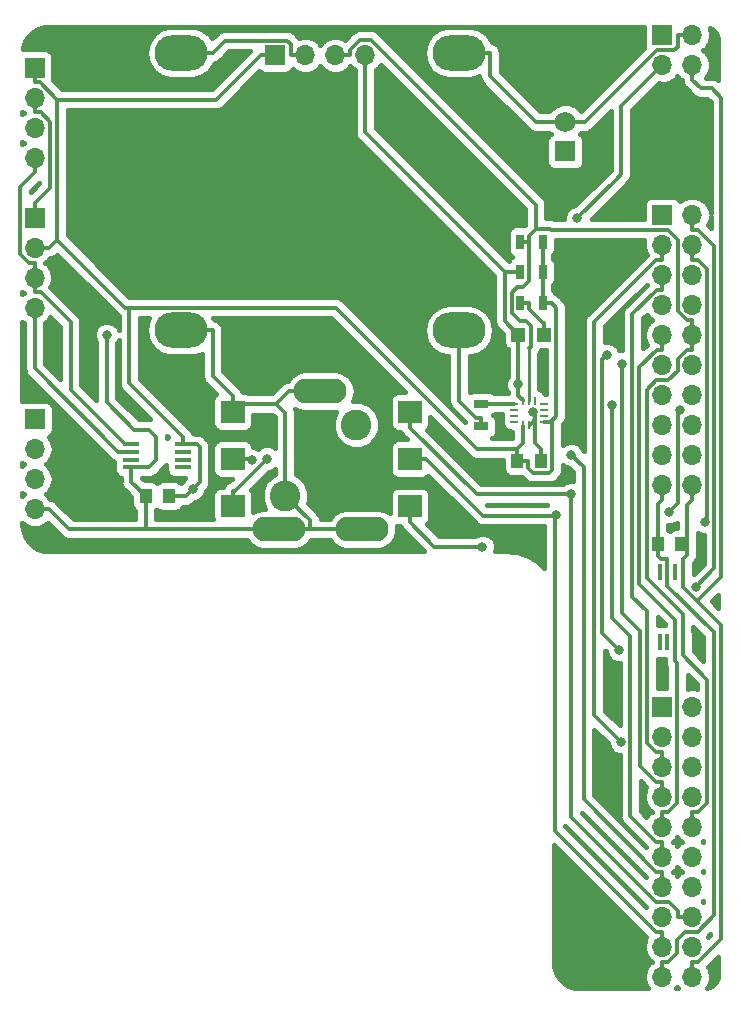
<source format=gbr>
G04 #@! TF.GenerationSoftware,KiCad,Pcbnew,(5.0.0)*
G04 #@! TF.CreationDate,2019-03-25T18:44:15-04:00*
G04 #@! TF.ProjectId,AVR_LCD 2.0,4156525F4C434420322E302E6B696361,rev?*
G04 #@! TF.SameCoordinates,Original*
G04 #@! TF.FileFunction,Copper,L1,Top,Signal*
G04 #@! TF.FilePolarity,Positive*
%FSLAX46Y46*%
G04 Gerber Fmt 4.6, Leading zero omitted, Abs format (unit mm)*
G04 Created by KiCad (PCBNEW (5.0.0)) date 03/25/19 18:44:15*
%MOMM*%
%LPD*%
G01*
G04 APERTURE LIST*
G04 #@! TA.AperFunction,ComponentPad*
%ADD10O,1.700000X1.700000*%
G04 #@! TD*
G04 #@! TA.AperFunction,ComponentPad*
%ADD11R,1.700000X1.700000*%
G04 #@! TD*
G04 #@! TA.AperFunction,SMDPad,CuDef*
%ADD12R,1.000000X1.250000*%
G04 #@! TD*
G04 #@! TA.AperFunction,SMDPad,CuDef*
%ADD13R,1.200000X1.200000*%
G04 #@! TD*
G04 #@! TA.AperFunction,ComponentPad*
%ADD14C,1.750000*%
G04 #@! TD*
G04 #@! TA.AperFunction,ComponentPad*
%ADD15R,1.750000X1.750000*%
G04 #@! TD*
G04 #@! TA.AperFunction,SMDPad,CuDef*
%ADD16R,1.300000X0.700000*%
G04 #@! TD*
G04 #@! TA.AperFunction,SMDPad,CuDef*
%ADD17R,0.700000X1.300000*%
G04 #@! TD*
G04 #@! TA.AperFunction,SMDPad,CuDef*
%ADD18R,0.675000X0.250000*%
G04 #@! TD*
G04 #@! TA.AperFunction,SMDPad,CuDef*
%ADD19R,0.250000X0.675000*%
G04 #@! TD*
G04 #@! TA.AperFunction,ComponentPad*
%ADD20O,4.500000X3.000000*%
G04 #@! TD*
G04 #@! TA.AperFunction,SMDPad,CuDef*
%ADD21R,0.450000X1.450000*%
G04 #@! TD*
G04 #@! TA.AperFunction,ComponentPad*
%ADD22C,2.600000*%
G04 #@! TD*
G04 #@! TA.AperFunction,ComponentPad*
%ADD23O,4.500000X2.100000*%
G04 #@! TD*
G04 #@! TA.AperFunction,SMDPad,CuDef*
%ADD24R,2.000000X1.900000*%
G04 #@! TD*
G04 #@! TA.AperFunction,SMDPad,CuDef*
%ADD25R,1.450000X0.450000*%
G04 #@! TD*
G04 #@! TA.AperFunction,ViaPad*
%ADD26C,0.800000*%
G04 #@! TD*
G04 #@! TA.AperFunction,Conductor*
%ADD27C,0.249800*%
G04 #@! TD*
G04 #@! TA.AperFunction,Conductor*
%ADD28C,0.380000*%
G04 #@! TD*
G04 #@! TA.AperFunction,NonConductor*
%ADD29C,0.400000*%
G04 #@! TD*
G04 APERTURE END LIST*
D10*
G04 #@! TO.P,BreakOut_EXT1,20*
G04 #@! TO.N,VCC*
X113840000Y-134810000D03*
G04 #@! TO.P,BreakOut_EXT1,19*
G04 #@! TO.N,GND*
X111300000Y-134810000D03*
G04 #@! TO.P,BreakOut_EXT1,18*
G04 #@! TO.N,PB7*
X113840000Y-132270000D03*
G04 #@! TO.P,BreakOut_EXT1,17*
G04 #@! TO.N,PB6*
X111300000Y-132270000D03*
G04 #@! TO.P,BreakOut_EXT1,16*
G04 #@! TO.N,PB5*
X113840000Y-129730000D03*
G04 #@! TO.P,BreakOut_EXT1,15*
G04 #@! TO.N,PB4*
X111300000Y-129730000D03*
G04 #@! TO.P,BreakOut_EXT1,14*
G04 #@! TO.N,Net-(BreakOut_EXT1-Pad14)*
X113840000Y-127190000D03*
G04 #@! TO.P,BreakOut_EXT1,13*
G04 #@! TO.N,PD0*
X111300000Y-127190000D03*
G04 #@! TO.P,BreakOut_EXT1,12*
G04 #@! TO.N,Net-(BreakOut_EXT1-Pad12)*
X113840000Y-124650000D03*
G04 #@! TO.P,BreakOut_EXT1,11*
G04 #@! TO.N,Net-(BreakOut_EXT1-Pad11)*
X111300000Y-124650000D03*
G04 #@! TO.P,BreakOut_EXT1,10*
G04 #@! TO.N,PC0*
X113840000Y-122110000D03*
G04 #@! TO.P,BreakOut_EXT1,9*
G04 #@! TO.N,PC1*
X111300000Y-122110000D03*
G04 #@! TO.P,BreakOut_EXT1,8*
G04 #@! TO.N,Net-(BreakOut_EXT1-Pad8)*
X113840000Y-119570000D03*
G04 #@! TO.P,BreakOut_EXT1,7*
G04 #@! TO.N,Net-(BreakOut_EXT1-Pad7)*
X111300000Y-119570000D03*
G04 #@! TO.P,BreakOut_EXT1,6*
G04 #@! TO.N,Net-(BreakOut_EXT1-Pad6)*
X113840000Y-117030000D03*
G04 #@! TO.P,BreakOut_EXT1,5*
G04 #@! TO.N,Net-(BreakOut_EXT1-Pad5)*
X111300000Y-117030000D03*
G04 #@! TO.P,BreakOut_EXT1,4*
G04 #@! TO.N,Net-(BreakOut_EXT1-Pad4)*
X113840000Y-114490000D03*
G04 #@! TO.P,BreakOut_EXT1,3*
G04 #@! TO.N,Net-(BreakOut_EXT1-Pad3)*
X111300000Y-114490000D03*
G04 #@! TO.P,BreakOut_EXT1,2*
G04 #@! TO.N,Net-(BreakOut_EXT1-Pad2)*
X113840000Y-111950000D03*
D11*
G04 #@! TO.P,BreakOut_EXT1,1*
G04 #@! TO.N,Net-(BreakOut_EXT1-Pad1)*
X111300000Y-111950000D03*
G04 #@! TD*
D12*
G04 #@! TO.P,C1,2*
G04 #@! TO.N,GND*
X101034000Y-91149500D03*
G04 #@! TO.P,C1,1*
G04 #@! TO.N,VCC*
X99034000Y-91149500D03*
G04 #@! TD*
G04 #@! TO.P,C2,1*
G04 #@! TO.N,VCC*
X69553200Y-94138000D03*
G04 #@! TO.P,C2,2*
G04 #@! TO.N,GND*
X67553200Y-94138000D03*
G04 #@! TD*
G04 #@! TO.P,C3,2*
G04 #@! TO.N,GND*
X110924000Y-98207000D03*
G04 #@! TO.P,C3,1*
G04 #@! TO.N,VCC*
X112924000Y-98207000D03*
G04 #@! TD*
D13*
G04 #@! TO.P,D1,1*
G04 #@! TO.N,PC1*
X99125000Y-80464000D03*
G04 #@! TO.P,D1,2*
G04 #@! TO.N,Net-(D1-Pad2)*
X101325000Y-80464000D03*
G04 #@! TD*
D10*
G04 #@! TO.P,J1,4*
G04 #@! TO.N,GND*
X58194800Y-95248800D03*
G04 #@! TO.P,J1,3*
G04 #@! TO.N,VCC*
X58194800Y-92708800D03*
G04 #@! TO.P,J1,2*
G04 #@! TO.N,5V*
X58194800Y-90168800D03*
D11*
G04 #@! TO.P,J1,1*
G04 #@! TO.N,5V_IN*
X58194800Y-87628800D03*
G04 #@! TD*
D10*
G04 #@! TO.P,J2,4*
G04 #@! TO.N,PC1*
X58160000Y-65480000D03*
G04 #@! TO.P,J2,3*
G04 #@! TO.N,PC0*
X58160000Y-62940000D03*
G04 #@! TO.P,J2,2*
G04 #@! TO.N,GND*
X58160000Y-60400000D03*
D11*
G04 #@! TO.P,J2,1*
G04 #@! TO.N,VCC*
X58160000Y-57860000D03*
G04 #@! TD*
D10*
G04 #@! TO.P,J3,4*
G04 #@! TO.N,VCC*
X113840000Y-57650000D03*
G04 #@! TO.P,J3,3*
G04 #@! TO.N,5V*
X111300000Y-57650000D03*
G04 #@! TO.P,J3,2*
G04 #@! TO.N,GND*
X113840000Y-55110000D03*
D11*
G04 #@! TO.P,J3,1*
G04 #@! TO.N,5V_IN*
X111300000Y-55110000D03*
G04 #@! TD*
G04 #@! TO.P,J4,1*
G04 #@! TO.N,GND*
X58160000Y-70560000D03*
D10*
G04 #@! TO.P,J4,2*
G04 #@! TO.N,VCC*
X58160000Y-73100000D03*
G04 #@! TO.P,J4,3*
G04 #@! TO.N,PC1*
X58160000Y-75640000D03*
G04 #@! TO.P,J4,4*
G04 #@! TO.N,PC0*
X58160000Y-78180000D03*
G04 #@! TD*
D14*
G04 #@! TO.P,J5,2*
G04 #@! TO.N,GND*
X103090000Y-62450000D03*
D15*
G04 #@! TO.P,J5,1*
G04 #@! TO.N,VCC*
X103090000Y-64950000D03*
G04 #@! TD*
D16*
G04 #@! TO.P,R1,1*
G04 #@! TO.N,Net-(R1-Pad1)*
X95970500Y-86323500D03*
G04 #@! TO.P,R1,2*
G04 #@! TO.N,GND*
X95970500Y-88223500D03*
G04 #@! TD*
D17*
G04 #@! TO.P,R2,2*
G04 #@! TO.N,PC0*
X99293000Y-72590000D03*
G04 #@! TO.P,R2,1*
G04 #@! TO.N,VCC*
X101193000Y-72590000D03*
G04 #@! TD*
G04 #@! TO.P,R3,1*
G04 #@! TO.N,VCC*
X101193000Y-75130000D03*
G04 #@! TO.P,R3,2*
G04 #@! TO.N,PC1*
X99293000Y-75130000D03*
G04 #@! TD*
G04 #@! TO.P,R4,2*
G04 #@! TO.N,Net-(D1-Pad2)*
X99293000Y-77797000D03*
G04 #@! TO.P,R4,1*
G04 #@! TO.N,VCC*
X101193000Y-77797000D03*
G04 #@! TD*
D18*
G04 #@! TO.P,U1,11*
G04 #@! TO.N,N/C*
X101304500Y-86323500D03*
G04 #@! TO.P,U1,10*
X101304500Y-86823500D03*
G04 #@! TO.P,U1,9*
X101304500Y-87323500D03*
G04 #@! TO.P,U1,8*
G04 #@! TO.N,VCC*
X101304500Y-87823500D03*
G04 #@! TO.P,U1,4*
G04 #@! TO.N,N/C*
X98779500Y-87823500D03*
G04 #@! TO.P,U1,3*
X98779500Y-87323500D03*
G04 #@! TO.P,U1,2*
X98779500Y-86823500D03*
G04 #@! TO.P,U1,1*
G04 #@! TO.N,Net-(R1-Pad1)*
X98779500Y-86323500D03*
D19*
G04 #@! TO.P,U1,7*
G04 #@! TO.N,GND*
X100542000Y-88086000D03*
G04 #@! TO.P,U1,6*
X100042000Y-88086000D03*
G04 #@! TO.P,U1,5*
G04 #@! TO.N,VCC*
X99542000Y-88086000D03*
G04 #@! TO.P,U1,12*
G04 #@! TO.N,N/C*
X100542000Y-86061000D03*
G04 #@! TO.P,U1,14*
G04 #@! TO.N,PC1*
X99542000Y-86061000D03*
G04 #@! TO.P,U1,13*
G04 #@! TO.N,PC0*
X100042000Y-86061000D03*
G04 #@! TD*
D10*
G04 #@! TO.P,U2,4*
G04 #@! TO.N,PC1*
X86160000Y-56800000D03*
G04 #@! TO.P,U2,3*
G04 #@! TO.N,PC0*
X83620000Y-56800000D03*
G04 #@! TO.P,U2,2*
G04 #@! TO.N,GND*
X81080000Y-56800000D03*
D11*
G04 #@! TO.P,U2,1*
G04 #@! TO.N,VCC*
X78540000Y-56800000D03*
D20*
G04 #@! TO.P,U2,5*
G04 #@! TO.N,GND*
X94090000Y-56600000D03*
X70590000Y-56600000D03*
X94090000Y-80100000D03*
X70590000Y-80100000D03*
G04 #@! TD*
D21*
G04 #@! TO.P,U4,8*
G04 #@! TO.N,PC0*
X113042000Y-106491000D03*
G04 #@! TO.P,U4,7*
G04 #@! TO.N,PC1*
X112392000Y-106491000D03*
G04 #@! TO.P,U4,6*
G04 #@! TO.N,N/C*
X111742000Y-106491000D03*
G04 #@! TO.P,U4,5*
X111092000Y-106491000D03*
G04 #@! TO.P,U4,4*
X111092000Y-100591000D03*
G04 #@! TO.P,U4,3*
G04 #@! TO.N,GND*
X111742000Y-100591000D03*
G04 #@! TO.P,U4,2*
G04 #@! TO.N,N/C*
X112392000Y-100591000D03*
G04 #@! TO.P,U4,1*
G04 #@! TO.N,VCC*
X113042000Y-100591000D03*
G04 #@! TD*
D22*
G04 #@! TO.P,U5,7*
G04 #@! TO.N,GND*
X85390000Y-88100000D03*
X79390000Y-94100000D03*
D23*
X82340000Y-85250000D03*
X85890000Y-96950000D03*
X78840000Y-96950000D03*
D24*
G04 #@! TO.P,U5,6*
G04 #@! TO.N,PB7*
X89940000Y-95000000D03*
G04 #@! TO.P,U5,5*
G04 #@! TO.N,PB6*
X89940000Y-91000000D03*
G04 #@! TO.P,U5,4*
G04 #@! TO.N,PB5*
X89940000Y-87000000D03*
G04 #@! TO.P,U5,2*
G04 #@! TO.N,PB4*
X74940000Y-91000000D03*
G04 #@! TO.P,U5,3*
G04 #@! TO.N,PD0*
X74940000Y-95000000D03*
G04 #@! TO.P,U5,1*
G04 #@! TO.N,GND*
X74940000Y-87000000D03*
G04 #@! TD*
D11*
G04 #@! TO.P,X-Plained_EXT1,1*
G04 #@! TO.N,Net-(BreakOut_EXT1-Pad1)*
X111300000Y-70340000D03*
D10*
G04 #@! TO.P,X-Plained_EXT1,2*
G04 #@! TO.N,Net-(BreakOut_EXT1-Pad2)*
X113840000Y-70340000D03*
G04 #@! TO.P,X-Plained_EXT1,3*
G04 #@! TO.N,Net-(BreakOut_EXT1-Pad3)*
X111300000Y-72880000D03*
G04 #@! TO.P,X-Plained_EXT1,4*
G04 #@! TO.N,Net-(BreakOut_EXT1-Pad4)*
X113840000Y-72880000D03*
G04 #@! TO.P,X-Plained_EXT1,5*
G04 #@! TO.N,Net-(BreakOut_EXT1-Pad5)*
X111300000Y-75420000D03*
G04 #@! TO.P,X-Plained_EXT1,6*
G04 #@! TO.N,Net-(BreakOut_EXT1-Pad6)*
X113840000Y-75420000D03*
G04 #@! TO.P,X-Plained_EXT1,7*
G04 #@! TO.N,Net-(BreakOut_EXT1-Pad7)*
X111300000Y-77960000D03*
G04 #@! TO.P,X-Plained_EXT1,8*
G04 #@! TO.N,Net-(BreakOut_EXT1-Pad8)*
X113840000Y-77960000D03*
G04 #@! TO.P,X-Plained_EXT1,9*
G04 #@! TO.N,PC1*
X111300000Y-80500000D03*
G04 #@! TO.P,X-Plained_EXT1,10*
G04 #@! TO.N,PC0*
X113840000Y-80500000D03*
G04 #@! TO.P,X-Plained_EXT1,11*
G04 #@! TO.N,Net-(BreakOut_EXT1-Pad11)*
X111300000Y-83040000D03*
G04 #@! TO.P,X-Plained_EXT1,12*
G04 #@! TO.N,Net-(BreakOut_EXT1-Pad12)*
X113840000Y-83040000D03*
G04 #@! TO.P,X-Plained_EXT1,13*
G04 #@! TO.N,PD0*
X111300000Y-85580000D03*
G04 #@! TO.P,X-Plained_EXT1,14*
G04 #@! TO.N,Net-(BreakOut_EXT1-Pad14)*
X113840000Y-85580000D03*
G04 #@! TO.P,X-Plained_EXT1,15*
G04 #@! TO.N,PB4*
X111300000Y-88120000D03*
G04 #@! TO.P,X-Plained_EXT1,16*
G04 #@! TO.N,PB5*
X113840000Y-88120000D03*
G04 #@! TO.P,X-Plained_EXT1,17*
G04 #@! TO.N,PB6*
X111300000Y-90660000D03*
G04 #@! TO.P,X-Plained_EXT1,18*
G04 #@! TO.N,PB7*
X113840000Y-90660000D03*
G04 #@! TO.P,X-Plained_EXT1,19*
G04 #@! TO.N,GND*
X111300000Y-93200000D03*
G04 #@! TO.P,X-Plained_EXT1,20*
G04 #@! TO.N,VCC*
X113840000Y-93200000D03*
G04 #@! TD*
D25*
G04 #@! TO.P,U3,8*
G04 #@! TO.N,VCC*
X70742200Y-89735000D03*
G04 #@! TO.P,U3,7*
G04 #@! TO.N,N/C*
X70742200Y-90385000D03*
G04 #@! TO.P,U3,6*
X70742200Y-91035000D03*
G04 #@! TO.P,U3,5*
X70742200Y-91685000D03*
G04 #@! TO.P,U3,4*
G04 #@! TO.N,GND*
X66342200Y-91685000D03*
G04 #@! TO.P,U3,3*
G04 #@! TO.N,N/C*
X66342200Y-91035000D03*
G04 #@! TO.P,U3,2*
G04 #@! TO.N,PC0*
X66342200Y-90385000D03*
G04 #@! TO.P,U3,1*
G04 #@! TO.N,PC1*
X66342200Y-89735000D03*
G04 #@! TD*
D26*
G04 #@! TO.N,VCC*
X71571200Y-93521600D03*
G04 #@! TO.N,GND*
X100317000Y-87048500D03*
X64256000Y-80466000D03*
G04 #@! TO.N,PB7*
X96074900Y-98407200D03*
G04 #@! TO.N,PB6*
X102277700Y-95702800D03*
G04 #@! TO.N,PB5*
X103606600Y-93974900D03*
G04 #@! TO.N,PB4*
X76549800Y-91103000D03*
G04 #@! TO.N,Net-(BreakOut_EXT1-Pad14)*
X111891000Y-95447500D03*
X112834000Y-86850000D03*
G04 #@! TO.N,PD0*
X77838100Y-90951400D03*
X103599900Y-90668700D03*
G04 #@! TO.N,Net-(BreakOut_EXT1-Pad11)*
X107002500Y-86443200D03*
G04 #@! TO.N,PC1*
X99115100Y-84679700D03*
G04 #@! TO.N,Net-(BreakOut_EXT1-Pad7)*
X107868500Y-82903400D03*
G04 #@! TO.N,Net-(BreakOut_EXT1-Pad4)*
X114886600Y-96281600D03*
G04 #@! TO.N,Net-(BreakOut_EXT1-Pad3)*
X107788400Y-114909000D03*
G04 #@! TO.N,Net-(BreakOut_EXT1-Pad2)*
X114129900Y-101813900D03*
G04 #@! TO.N,Net-(BreakOut_EXT1-Pad1)*
X107628700Y-107119400D03*
X106606600Y-82150500D03*
G04 #@! TO.N,5V*
X104097500Y-70623700D03*
G04 #@! TD*
D27*
G04 #@! TO.N,VCC*
X101319900Y-87838900D02*
X101304500Y-87823500D01*
D28*
X101861800Y-87838900D02*
X101319900Y-87838900D01*
X101933300Y-77797000D02*
X102343900Y-78207600D01*
X102343900Y-78207600D02*
X102343900Y-87356800D01*
X102343900Y-87356800D02*
X101861800Y-87838900D01*
X101861800Y-87838900D02*
X101981500Y-87958600D01*
X101981500Y-87958600D02*
X101981500Y-91921500D01*
X101981500Y-91921500D02*
X101738100Y-92164900D01*
X101738100Y-92164900D02*
X100355500Y-92164900D01*
X100355500Y-92164900D02*
X99924300Y-91733700D01*
X99924300Y-91733700D02*
X99924300Y-91149500D01*
X78540000Y-56800000D02*
X77299700Y-56800000D01*
X60080700Y-60555900D02*
X58625100Y-59100300D01*
X58625100Y-59100300D02*
X58160000Y-59100300D01*
X60080700Y-72419600D02*
X60080700Y-60555900D01*
X77299700Y-56800000D02*
X73543800Y-60555900D01*
X73543800Y-60555900D02*
X60080700Y-60555900D01*
X59255200Y-73100000D02*
X59400300Y-73100000D01*
X59400300Y-73100000D02*
X60080700Y-72419600D01*
X60080700Y-72419600D02*
X65823700Y-78162600D01*
X65823700Y-78162600D02*
X66171400Y-78162600D01*
X58160000Y-57860000D02*
X58160000Y-59100300D01*
X58160000Y-73100000D02*
X59255200Y-73100000D01*
X66171400Y-78162600D02*
X83640900Y-78162600D01*
X83640900Y-78162600D02*
X95612500Y-90134200D01*
X95612500Y-90134200D02*
X99034000Y-90134200D01*
X101193000Y-77797000D02*
X101933300Y-77797000D01*
X113840000Y-93200000D02*
X113840000Y-94440300D01*
X113417900Y-98207000D02*
X113417900Y-94862400D01*
X113417900Y-94862400D02*
X113840000Y-94440300D01*
X113042000Y-99475700D02*
X113417900Y-99099800D01*
X113417900Y-99099800D02*
X113417900Y-98207000D01*
X113042000Y-100591000D02*
X113042000Y-99475700D01*
X113042000Y-101077300D02*
X113042000Y-100591000D01*
X112924000Y-98207000D02*
X113417900Y-98207000D01*
X99034000Y-91149500D02*
X99034000Y-90134200D01*
X99034000Y-91149500D02*
X99924300Y-91149500D01*
X99507400Y-88168600D02*
X99507400Y-89660800D01*
X99507400Y-89660800D02*
X99034000Y-90134200D01*
D27*
X99507400Y-88168600D02*
X99542000Y-88134000D01*
X99542000Y-88134000D02*
X99542000Y-88086000D01*
D28*
X101193000Y-75130000D02*
X101193000Y-77797000D01*
X113042000Y-101706300D02*
X113042000Y-101843600D01*
X113042000Y-101843600D02*
X114225600Y-103027200D01*
X114225600Y-103027200D02*
X114241800Y-103027200D01*
X113042000Y-101077300D02*
X113042000Y-101706300D01*
X114241800Y-103027200D02*
X116269700Y-105055100D01*
X116269700Y-105055100D02*
X116269700Y-131654000D01*
X116269700Y-131654000D02*
X114354000Y-133569700D01*
X114354000Y-133569700D02*
X113840000Y-133569700D01*
X113840000Y-134810000D02*
X113840000Y-133569700D01*
X101193000Y-72590000D02*
X101193000Y-75130000D01*
X66171400Y-84559200D02*
X66171400Y-83869600D01*
X70742200Y-89130000D02*
X66171400Y-84559200D01*
X70742200Y-89735000D02*
X70742200Y-89130000D01*
X66171400Y-78162600D02*
X66171400Y-83869600D01*
X66171400Y-83869600D02*
X66171400Y-84147000D01*
X70954800Y-94138000D02*
X69553200Y-94138000D01*
X72130000Y-92962800D02*
X71571200Y-93521600D01*
X72130000Y-89965600D02*
X72130000Y-92962800D01*
X70742200Y-89735000D02*
X71899400Y-89735000D01*
X71899400Y-89735000D02*
X72130000Y-89965600D01*
X71571200Y-93521600D02*
X70954800Y-94138000D01*
X116296800Y-100972200D02*
X114241800Y-103027200D01*
X116296800Y-60421600D02*
X116296800Y-100972200D01*
X115473500Y-59598300D02*
X116296800Y-60421600D01*
X114548000Y-59598300D02*
X115473500Y-59598300D01*
X113840000Y-57650000D02*
X113840000Y-58890300D01*
X113840000Y-58890300D02*
X114548000Y-59598300D01*
G04 #@! TO.N,GND*
X58160000Y-60400000D02*
X58160000Y-61640300D01*
X58160000Y-70560000D02*
X58160000Y-69319700D01*
X58160000Y-69319700D02*
X59459600Y-68020100D01*
X59459600Y-68020100D02*
X59459600Y-62425900D01*
X59459600Y-62425900D02*
X58674000Y-61640300D01*
X58674000Y-61640300D02*
X58160000Y-61640300D01*
X94090000Y-56600000D02*
X96730300Y-56600000D01*
X96730300Y-56600000D02*
X96730300Y-58590300D01*
X78619900Y-86329800D02*
X79390000Y-87099900D01*
X79390000Y-87099900D02*
X79390000Y-94100000D01*
X78619900Y-86329800D02*
X79699700Y-85250000D01*
X74940000Y-86329800D02*
X78619900Y-86329800D01*
X82340000Y-85250000D02*
X79699700Y-85250000D01*
X74940000Y-86329800D02*
X74940000Y-85659700D01*
X74940000Y-87000000D02*
X74940000Y-86329800D01*
X81480300Y-96950000D02*
X81480300Y-96190300D01*
X81480300Y-96190300D02*
X79390000Y-94100000D01*
X95970500Y-88223500D02*
X95970500Y-87483200D01*
X94090000Y-80100000D02*
X94090000Y-86065400D01*
X94090000Y-86065400D02*
X95507800Y-87483200D01*
X95507800Y-87483200D02*
X95970500Y-87483200D01*
D27*
X100405900Y-87722100D02*
X100042000Y-88086000D01*
D28*
X100542000Y-87722100D02*
X100542000Y-87358200D01*
X100542000Y-88086000D02*
X100542000Y-87722100D01*
X100542000Y-87722100D02*
X100405900Y-87722100D01*
X100317000Y-87048500D02*
X100317000Y-87133200D01*
X100317000Y-87133200D02*
X100542000Y-87358200D01*
X85890000Y-96950000D02*
X81480300Y-96950000D01*
X78840000Y-96950000D02*
X81480300Y-96950000D01*
X111300000Y-134810000D02*
X111300000Y-133569700D01*
X111742000Y-100591000D02*
X111742000Y-101706300D01*
X111742000Y-101706300D02*
X115689300Y-105653600D01*
X115689300Y-105653600D02*
X115689300Y-129637100D01*
X115689300Y-129637100D02*
X114296800Y-131029600D01*
X114296800Y-131029600D02*
X113249800Y-131029600D01*
X113249800Y-131029600D02*
X112570000Y-131709400D01*
X112570000Y-131709400D02*
X112570000Y-132813700D01*
X112570000Y-132813700D02*
X111814000Y-133569700D01*
X111814000Y-133569700D02*
X111300000Y-133569700D01*
X111742000Y-100033300D02*
X111742000Y-100591000D01*
X111742000Y-100033300D02*
X111742000Y-99475700D01*
X101034000Y-91149500D02*
X101034000Y-90134200D01*
X101034000Y-90134200D02*
X100542000Y-89642200D01*
X100542000Y-89642200D02*
X100542000Y-88086000D01*
X70590000Y-80100000D02*
X73230300Y-80100000D01*
X73230300Y-80100000D02*
X73230300Y-83950000D01*
X73230300Y-83950000D02*
X74940000Y-85659700D01*
X81080000Y-56800000D02*
X79839700Y-56800000D01*
X70590000Y-56600000D02*
X73230300Y-56600000D01*
X73230300Y-56600000D02*
X74270700Y-55559600D01*
X74270700Y-55559600D02*
X79567200Y-55559600D01*
X79567200Y-55559600D02*
X79839700Y-55832100D01*
X79839700Y-55832100D02*
X79839700Y-56800000D01*
X110924000Y-98207000D02*
X110924000Y-97191700D01*
X111300000Y-94440300D02*
X110924000Y-94816300D01*
X110924000Y-94816300D02*
X110924000Y-97191700D01*
X110924000Y-98207000D02*
X110924000Y-99222300D01*
X111742000Y-99475700D02*
X111177400Y-99475700D01*
X111177400Y-99475700D02*
X110924000Y-99222300D01*
X111300000Y-93200000D02*
X111300000Y-94440300D01*
X76210000Y-96950000D02*
X78840000Y-96950000D01*
X59396881Y-95248800D02*
X61098081Y-96950000D01*
X67558000Y-95147800D02*
X67558000Y-96950000D01*
X67553200Y-95143000D02*
X67558000Y-95147800D01*
X67553200Y-94138000D02*
X67553200Y-95143000D01*
X61098081Y-96950000D02*
X67558000Y-96950000D01*
X67558000Y-96950000D02*
X76210000Y-96950000D01*
X58194800Y-95248800D02*
X59396881Y-95248800D01*
X66342200Y-92927000D02*
X67553200Y-94138000D01*
X66342200Y-91685000D02*
X66342200Y-92927000D01*
X64256000Y-86155600D02*
X66592800Y-88492400D01*
X67870600Y-91685000D02*
X66342200Y-91685000D01*
X64256000Y-80466000D02*
X64256000Y-86155600D01*
X66592800Y-88492400D02*
X67862800Y-88492400D01*
X67862800Y-88492400D02*
X68472400Y-89102000D01*
X68472400Y-89102000D02*
X68472400Y-91083200D01*
X68472400Y-91083200D02*
X67870600Y-91685000D01*
X112599700Y-55110000D02*
X113840000Y-55110000D01*
X112599700Y-56077900D02*
X112599700Y-55110000D01*
X112327200Y-56350400D02*
X112599700Y-56077900D01*
X110835800Y-56350400D02*
X112327200Y-56350400D01*
X104736200Y-62450000D02*
X110835800Y-56350400D01*
X103090000Y-62450000D02*
X104736200Y-62450000D01*
X100590000Y-62450000D02*
X96730300Y-58590300D01*
X103090000Y-62450000D02*
X100590000Y-62450000D01*
G04 #@! TO.N,PB7*
X89940000Y-95000000D02*
X89940000Y-96340300D01*
X96074900Y-98407200D02*
X92006900Y-98407200D01*
X92006900Y-98407200D02*
X89940000Y-96340300D01*
G04 #@! TO.N,PB6*
X102189400Y-95791100D02*
X102189400Y-122450900D01*
X102189400Y-122450900D02*
X110768200Y-131029700D01*
X110768200Y-131029700D02*
X111300000Y-131029700D01*
X102277700Y-95702800D02*
X102189400Y-95791100D01*
X91330300Y-91000000D02*
X96121400Y-95791100D01*
X96121400Y-95791100D02*
X102189400Y-95791100D01*
X111300000Y-132270000D02*
X111300000Y-131029700D01*
X89940000Y-91000000D02*
X91330300Y-91000000D01*
G04 #@! TO.N,PB5*
X103606600Y-93974900D02*
X103606600Y-121322000D01*
X103606600Y-121322000D02*
X110744600Y-128460000D01*
X110744600Y-128460000D02*
X111843700Y-128460000D01*
X111843700Y-128460000D02*
X112599700Y-129216000D01*
X112599700Y-129216000D02*
X112599700Y-129730000D01*
X113840000Y-129730000D02*
X112599700Y-129730000D01*
X103606600Y-93974900D02*
X95574600Y-93974900D01*
X95574600Y-93974900D02*
X89940000Y-88340300D01*
X89940000Y-87000000D02*
X89940000Y-88340300D01*
G04 #@! TO.N,PB4*
X74940000Y-91000000D02*
X76330300Y-91000000D01*
X76549800Y-91103000D02*
X76433300Y-91103000D01*
X76433300Y-91103000D02*
X76330300Y-91000000D01*
G04 #@! TO.N,Net-(BreakOut_EXT1-Pad14)*
X112834000Y-86850000D02*
X112599600Y-87084400D01*
X112599600Y-87084400D02*
X112599600Y-94738900D01*
X112599600Y-94738900D02*
X111891000Y-95447500D01*
G04 #@! TO.N,PD0*
X74940000Y-95000000D02*
X74940000Y-93659700D01*
X77838100Y-90951400D02*
X75129800Y-93659700D01*
X75129800Y-93659700D02*
X74940000Y-93659700D01*
X111300000Y-127190000D02*
X111300000Y-125949700D01*
X103599900Y-90668700D02*
X104637800Y-91706600D01*
X104637800Y-91706600D02*
X104637800Y-119801500D01*
X104637800Y-119801500D02*
X110786000Y-125949700D01*
X110786000Y-125949700D02*
X111300000Y-125949700D01*
G04 #@! TO.N,Net-(BreakOut_EXT1-Pad11)*
X111300000Y-124650000D02*
X111300000Y-123409700D01*
X107002500Y-86443200D02*
X107002500Y-104424300D01*
X107002500Y-104424300D02*
X108578700Y-106000500D01*
X108578700Y-106000500D02*
X108578700Y-121202400D01*
X108578700Y-121202400D02*
X110786000Y-123409700D01*
X110786000Y-123409700D02*
X111300000Y-123409700D01*
G04 #@! TO.N,PC0*
X100598600Y-71511700D02*
X100033300Y-72077000D01*
X100033300Y-72077000D02*
X100033300Y-72590000D01*
X113840000Y-79259700D02*
X113374800Y-79259700D01*
X113374800Y-79259700D02*
X112599700Y-78484600D01*
X112599700Y-78484600D02*
X112599700Y-72408400D01*
X112599700Y-72408400D02*
X111771700Y-71580400D01*
X111771700Y-71580400D02*
X101873600Y-71580400D01*
X101873600Y-71580400D02*
X101804900Y-71511700D01*
X101804900Y-71511700D02*
X100598600Y-71511700D01*
X84860300Y-56800000D02*
X84860300Y-56334900D01*
X84860300Y-56334900D02*
X85679000Y-55516200D01*
X85679000Y-55516200D02*
X86638800Y-55516200D01*
X86638800Y-55516200D02*
X100598600Y-69476000D01*
X100598600Y-69476000D02*
X100598600Y-71511700D01*
X83620000Y-56800000D02*
X84860300Y-56800000D01*
X113840000Y-80500000D02*
X113840000Y-79259700D01*
X113840000Y-80500000D02*
X113840000Y-81740300D01*
X113840000Y-81740300D02*
X113374800Y-81740300D01*
X113374800Y-81740300D02*
X112599700Y-82515400D01*
X112599700Y-82515400D02*
X112599700Y-83522500D01*
X112599700Y-83522500D02*
X111812200Y-84310000D01*
X111812200Y-84310000D02*
X110811700Y-84310000D01*
X110811700Y-84310000D02*
X109985100Y-85136600D01*
X109985100Y-85136600D02*
X109985100Y-101041300D01*
X109985100Y-101041300D02*
X113042000Y-104098200D01*
X113042000Y-104098200D02*
X113042000Y-106491000D01*
D27*
X100042000Y-81623300D02*
X100042000Y-86061000D01*
D28*
X100033300Y-72590000D02*
X100033300Y-75941700D01*
X100033300Y-75941700D02*
X99511500Y-76463500D01*
X99511500Y-76463500D02*
X99032000Y-76463500D01*
X99032000Y-76463500D02*
X98552700Y-76942800D01*
X98552700Y-76942800D02*
X98552700Y-78608700D01*
X98552700Y-78608700D02*
X99227300Y-79283300D01*
X99227300Y-79283300D02*
X99726200Y-79283300D01*
X99726200Y-79283300D02*
X100169600Y-79726700D01*
X100169600Y-79726700D02*
X100169600Y-81495700D01*
X100169600Y-81495700D02*
X100042000Y-81623300D01*
X99293000Y-72590000D02*
X100033300Y-72590000D01*
X113042000Y-106491000D02*
X113042000Y-107606300D01*
X113042000Y-107606300D02*
X115108900Y-109673200D01*
X115108900Y-109673200D02*
X115108900Y-120114800D01*
X115108900Y-120114800D02*
X114354000Y-120869700D01*
X114354000Y-120869700D02*
X113840000Y-120869700D01*
X113840000Y-122110000D02*
X113840000Y-120869700D01*
X65237200Y-90385000D02*
X66342200Y-90385000D01*
X58160000Y-83307800D02*
X65237200Y-90385000D01*
X58160000Y-78180000D02*
X58160000Y-83307800D01*
G04 #@! TO.N,PC1*
X111300000Y-80500000D02*
X111300000Y-81740300D01*
X111300000Y-81740300D02*
X110834900Y-81740300D01*
X110834900Y-81740300D02*
X109356200Y-83219000D01*
X109356200Y-83219000D02*
X109356200Y-101574500D01*
X109356200Y-101574500D02*
X112392000Y-104610300D01*
X112392000Y-104610300D02*
X112392000Y-106491000D01*
X97952000Y-75130000D02*
X98552700Y-75130000D01*
X86160000Y-56800000D02*
X86160000Y-63338000D01*
X86160000Y-63338000D02*
X97952000Y-75130000D01*
X97952000Y-75130000D02*
X97952000Y-79291000D01*
X97952000Y-79291000D02*
X99125000Y-80464000D01*
X99125000Y-80464000D02*
X99125000Y-81454300D01*
X99115100Y-84679700D02*
X99115100Y-81464200D01*
X99115100Y-81464200D02*
X99125000Y-81454300D01*
X99507400Y-86026400D02*
X99115100Y-85634100D01*
X99115100Y-85634100D02*
X99115100Y-84679700D01*
X99293000Y-75130000D02*
X98552700Y-75130000D01*
D27*
X99507400Y-86026400D02*
X99542000Y-86061000D01*
D28*
X111300000Y-120869700D02*
X111765200Y-120869700D01*
X111765200Y-120869700D02*
X112540300Y-120094600D01*
X112540300Y-120094600D02*
X112540300Y-108239300D01*
X112540300Y-108239300D02*
X112392000Y-108091000D01*
X112392000Y-108091000D02*
X112392000Y-106491000D01*
X58160000Y-75640000D02*
X58160000Y-74399700D01*
X58160000Y-65480000D02*
X58160000Y-66720300D01*
X58160000Y-66720300D02*
X56913100Y-67967200D01*
X56913100Y-67967200D02*
X56913100Y-73666800D01*
X56913100Y-73666800D02*
X57646000Y-74399700D01*
X57646000Y-74399700D02*
X58160000Y-74399700D01*
X111300000Y-122110000D02*
X111300000Y-120869700D01*
X65842200Y-89735000D02*
X66342200Y-89735000D01*
X61213700Y-85106500D02*
X65842200Y-89735000D01*
X61213700Y-79420000D02*
X61213700Y-85106500D01*
X58674000Y-76880300D02*
X61213700Y-79420000D01*
X58160000Y-76880300D02*
X58674000Y-76880300D01*
X58160000Y-75640000D02*
X58160000Y-76880300D01*
G04 #@! TO.N,Net-(BreakOut_EXT1-Pad7)*
X111300000Y-119570000D02*
X111300000Y-118329700D01*
X107868500Y-82903400D02*
X107868500Y-104027400D01*
X107868500Y-104027400D02*
X109404100Y-105563000D01*
X109404100Y-105563000D02*
X109404100Y-116947800D01*
X109404100Y-116947800D02*
X110786000Y-118329700D01*
X110786000Y-118329700D02*
X111300000Y-118329700D01*
G04 #@! TO.N,Net-(BreakOut_EXT1-Pad5)*
X111300000Y-117030000D02*
X111300000Y-115789700D01*
X111300000Y-75420000D02*
X111300000Y-76660300D01*
X111300000Y-76660300D02*
X110834900Y-76660300D01*
X110834900Y-76660300D02*
X108775800Y-78719400D01*
X108775800Y-78719400D02*
X108775800Y-102674100D01*
X108775800Y-102674100D02*
X110000400Y-103898700D01*
X110000400Y-103898700D02*
X110000400Y-115004100D01*
X110000400Y-115004100D02*
X110786000Y-115789700D01*
X110786000Y-115789700D02*
X111300000Y-115789700D01*
G04 #@! TO.N,Net-(BreakOut_EXT1-Pad4)*
X113840000Y-74120300D02*
X114305100Y-74120300D01*
X114305100Y-74120300D02*
X115110000Y-74925200D01*
X115110000Y-74925200D02*
X115110000Y-96058200D01*
X115110000Y-96058200D02*
X114886600Y-96281600D01*
X113840000Y-72880000D02*
X113840000Y-74120300D01*
G04 #@! TO.N,Net-(BreakOut_EXT1-Pad3)*
X111300000Y-74120300D02*
X110811000Y-74120300D01*
X110811000Y-74120300D02*
X105554700Y-79376600D01*
X105554700Y-79376600D02*
X105554700Y-112675300D01*
X105554700Y-112675300D02*
X107788400Y-114909000D01*
X111300000Y-72880000D02*
X111300000Y-74120300D01*
G04 #@! TO.N,Net-(BreakOut_EXT1-Pad2)*
X114129900Y-101813900D02*
X115690400Y-100253400D01*
X115690400Y-100253400D02*
X115690400Y-72965600D01*
X115690400Y-72965600D02*
X114305100Y-71580300D01*
X114305100Y-71580300D02*
X113840000Y-71580300D01*
X113840000Y-70340000D02*
X113840000Y-71580300D01*
G04 #@! TO.N,Net-(BreakOut_EXT1-Pad1)*
X106606600Y-82150500D02*
X106194000Y-82563100D01*
X106194000Y-82563100D02*
X106194000Y-105684700D01*
X106194000Y-105684700D02*
X107628700Y-107119400D01*
G04 #@! TO.N,Net-(D1-Pad2)*
X101325000Y-80464000D02*
X101325000Y-79473700D01*
X99293000Y-77797000D02*
X100033300Y-77797000D01*
X100033300Y-77797000D02*
X100033300Y-78270800D01*
X100033300Y-78270800D02*
X101236200Y-79473700D01*
X101236200Y-79473700D02*
X101325000Y-79473700D01*
G04 #@! TO.N,5V*
X107436000Y-67285200D02*
X104097500Y-70623700D01*
X107842400Y-66878800D02*
X107436000Y-67285200D01*
X107842400Y-61107600D02*
X107842400Y-66878800D01*
X111300000Y-57650000D02*
X107842400Y-61107600D01*
G04 #@! TO.N,Net-(R1-Pad1)*
X95970500Y-86323500D02*
X97010800Y-86323500D01*
D27*
X98764100Y-86308100D02*
X98779500Y-86323500D01*
D28*
X97010800Y-86323500D02*
X97026200Y-86308100D01*
X97026200Y-86308100D02*
X98764100Y-86308100D01*
G04 #@! TD*
D29*
G36*
X109951854Y-131483317D02*
X109832396Y-131662099D01*
X109711477Y-132270000D01*
X109832396Y-132877901D01*
X110176745Y-133393255D01*
X110391025Y-133536433D01*
X110389389Y-133544661D01*
X110176745Y-133686745D01*
X109832396Y-134202099D01*
X109711477Y-134810000D01*
X109832396Y-135417901D01*
X110099066Y-135817000D01*
X104385489Y-135817000D01*
X103831202Y-135752377D01*
X103349693Y-135577597D01*
X102921307Y-135296735D01*
X102569027Y-134924860D01*
X102311740Y-134481909D01*
X102160151Y-133981400D01*
X102123000Y-133565131D01*
X102123000Y-123654463D01*
X109951854Y-131483317D01*
X109951854Y-131483317D01*
G37*
X109951854Y-131483317D02*
X109832396Y-131662099D01*
X109711477Y-132270000D01*
X109832396Y-132877901D01*
X110176745Y-133393255D01*
X110391025Y-133536433D01*
X110389389Y-133544661D01*
X110176745Y-133686745D01*
X109832396Y-134202099D01*
X109711477Y-134810000D01*
X109832396Y-135417901D01*
X110099066Y-135817000D01*
X104385489Y-135817000D01*
X103831202Y-135752377D01*
X103349693Y-135577597D01*
X102921307Y-135296735D01*
X102569027Y-134924860D01*
X102311740Y-134481909D01*
X102160151Y-133981400D01*
X102123000Y-133565131D01*
X102123000Y-123654463D01*
X109951854Y-131483317D01*
G36*
X112639066Y-135817000D02*
X112500934Y-135817000D01*
X112570000Y-135713636D01*
X112639066Y-135817000D01*
X112639066Y-135817000D01*
G37*
X112639066Y-135817000D02*
X112500934Y-135817000D01*
X112570000Y-135713636D01*
X112639066Y-135817000D01*
G36*
X116057000Y-134544217D02*
X116000416Y-134939330D01*
X115858535Y-135251379D01*
X115634773Y-135511068D01*
X115347122Y-135697513D01*
X115064246Y-135782111D01*
X115307604Y-135417901D01*
X115428523Y-134810000D01*
X115307604Y-134202099D01*
X115181016Y-134012647D01*
X116057000Y-133136664D01*
X116057000Y-134544217D01*
X116057000Y-134544217D01*
G37*
X116057000Y-134544217D02*
X116000416Y-134939330D01*
X115858535Y-135251379D01*
X115634773Y-135511068D01*
X115347122Y-135697513D01*
X115064246Y-135782111D01*
X115307604Y-135417901D01*
X115428523Y-134810000D01*
X115307604Y-134202099D01*
X115181016Y-134012647D01*
X116057000Y-133136664D01*
X116057000Y-134544217D01*
G36*
X115371701Y-131282035D02*
X115181045Y-131472691D01*
X115158065Y-131438298D01*
X115371701Y-131224662D01*
X115371701Y-131282035D01*
X115371701Y-131282035D01*
G37*
X115371701Y-131282035D02*
X115181045Y-131472691D01*
X115158065Y-131438298D01*
X115371701Y-131224662D01*
X115371701Y-131282035D01*
G36*
X109954298Y-128939661D02*
X109951825Y-128943362D01*
X103087400Y-122078937D01*
X103087400Y-122072763D01*
X109954298Y-128939661D01*
X109954298Y-128939661D01*
G37*
X109954298Y-128939661D02*
X109951825Y-128943362D01*
X103087400Y-122078937D01*
X103087400Y-122072763D01*
X109954298Y-128939661D01*
G36*
X114791301Y-128491849D02*
X114743636Y-128460000D01*
X114791301Y-128428151D01*
X114791301Y-128491849D01*
X114791301Y-128491849D01*
G37*
X114791301Y-128491849D02*
X114743636Y-128460000D01*
X114791301Y-128428151D01*
X114791301Y-128491849D01*
G36*
X109958984Y-126392648D02*
X109954268Y-126399705D01*
X104504600Y-120950037D01*
X104504600Y-120938263D01*
X109958984Y-126392648D01*
X109958984Y-126392648D01*
G37*
X109958984Y-126392648D02*
X109954268Y-126399705D01*
X104504600Y-120950037D01*
X104504600Y-120938263D01*
X109958984Y-126392648D01*
G36*
X112716745Y-125773255D02*
X112936364Y-125920000D01*
X112716745Y-126066745D01*
X112570000Y-126286364D01*
X112423255Y-126066745D01*
X112210611Y-125924661D01*
X112208975Y-125916433D01*
X112423255Y-125773255D01*
X112570000Y-125553636D01*
X112716745Y-125773255D01*
X112716745Y-125773255D01*
G37*
X112716745Y-125773255D02*
X112936364Y-125920000D01*
X112716745Y-126066745D01*
X112570000Y-126286364D01*
X112423255Y-126066745D01*
X112210611Y-125924661D01*
X112208975Y-125916433D01*
X112423255Y-125773255D01*
X112570000Y-125553636D01*
X112716745Y-125773255D01*
G36*
X114791301Y-125951849D02*
X114743636Y-125920000D01*
X114791301Y-125888151D01*
X114791301Y-125951849D01*
X114791301Y-125951849D01*
G37*
X114791301Y-125951849D02*
X114743636Y-125920000D01*
X114791301Y-125888151D01*
X114791301Y-125951849D01*
G36*
X108006255Y-121899918D02*
X109958984Y-123852648D01*
X109958955Y-123852691D01*
X108006033Y-121899770D01*
X108006255Y-121899918D01*
X108006255Y-121899918D01*
G37*
X108006255Y-121899918D02*
X109958984Y-123852648D01*
X109958955Y-123852691D01*
X108006033Y-121899770D01*
X108006255Y-121899918D01*
G36*
X112716745Y-123233255D02*
X112936364Y-123380000D01*
X112716745Y-123526745D01*
X112570000Y-123746364D01*
X112423255Y-123526745D01*
X112210611Y-123384661D01*
X112208975Y-123376433D01*
X112423255Y-123233255D01*
X112570000Y-123013636D01*
X112716745Y-123233255D01*
X112716745Y-123233255D01*
G37*
X112716745Y-123233255D02*
X112936364Y-123380000D01*
X112716745Y-123526745D01*
X112570000Y-123746364D01*
X112423255Y-123526745D01*
X112210611Y-123384661D01*
X112208975Y-123376433D01*
X112423255Y-123233255D01*
X112570000Y-123013636D01*
X112716745Y-123233255D01*
G36*
X114791301Y-123411849D02*
X114743636Y-123380000D01*
X114791301Y-123348151D01*
X114791301Y-123411849D01*
X114791301Y-123411849D01*
G37*
X114791301Y-123411849D02*
X114743636Y-123380000D01*
X114791301Y-123348151D01*
X114791301Y-123411849D01*
G36*
X106680400Y-115070964D02*
X106680400Y-115129395D01*
X106849083Y-115536632D01*
X107160768Y-115848317D01*
X107568005Y-116017000D01*
X107680701Y-116017000D01*
X107680701Y-121113959D01*
X107663109Y-121202400D01*
X107732804Y-121552782D01*
X107881181Y-121774844D01*
X107881183Y-121774846D01*
X107881331Y-121775068D01*
X105535800Y-119429537D01*
X105535800Y-113926363D01*
X106680400Y-115070964D01*
X106680400Y-115070964D01*
G37*
X106680400Y-115070964D02*
X106680400Y-115129395D01*
X106849083Y-115536632D01*
X107160768Y-115848317D01*
X107568005Y-116017000D01*
X107680701Y-116017000D01*
X107680701Y-121113959D01*
X107663109Y-121202400D01*
X107732804Y-121552782D01*
X107881181Y-121774844D01*
X107881183Y-121774846D01*
X107881331Y-121775068D01*
X105535800Y-119429537D01*
X105535800Y-113926363D01*
X106680400Y-115070964D01*
G36*
X109958984Y-118772647D02*
X109832396Y-118962099D01*
X109711477Y-119570000D01*
X109832396Y-120177901D01*
X110176745Y-120693255D01*
X110391025Y-120836433D01*
X110389389Y-120844661D01*
X110176745Y-120986745D01*
X109958954Y-121312691D01*
X109476700Y-120830437D01*
X109476700Y-118290364D01*
X109958984Y-118772647D01*
X109958984Y-118772647D01*
G37*
X109958984Y-118772647D02*
X109832396Y-118962099D01*
X109711477Y-119570000D01*
X109832396Y-120177901D01*
X110176745Y-120693255D01*
X110391025Y-120836433D01*
X110389389Y-120844661D01*
X110176745Y-120986745D01*
X109958954Y-121312691D01*
X109476700Y-120830437D01*
X109476700Y-118290364D01*
X109958984Y-118772647D01*
G36*
X106520700Y-107281363D02*
X106520700Y-107339795D01*
X106689383Y-107747032D01*
X107001068Y-108058717D01*
X107408305Y-108227400D01*
X107680700Y-108227400D01*
X107680700Y-113531337D01*
X106452700Y-112303337D01*
X106452700Y-107213363D01*
X106520700Y-107281363D01*
X106520700Y-107281363D01*
G37*
X106520700Y-107281363D02*
X106520700Y-107339795D01*
X106689383Y-107747032D01*
X107001068Y-108058717D01*
X107408305Y-108227400D01*
X107680700Y-108227400D01*
X107680700Y-113531337D01*
X106452700Y-112303337D01*
X106452700Y-107213363D01*
X106520700Y-107281363D01*
G36*
X114210900Y-110045164D02*
X114210900Y-110435254D01*
X113993450Y-110392000D01*
X113686550Y-110392000D01*
X113438300Y-110441380D01*
X113438300Y-109272563D01*
X114210900Y-110045164D01*
X114210900Y-110045164D01*
G37*
X114210900Y-110045164D02*
X114210900Y-110435254D01*
X113993450Y-110392000D01*
X113686550Y-110392000D01*
X113438300Y-110441380D01*
X113438300Y-109272563D01*
X114210900Y-110045164D01*
G36*
X111494000Y-107933295D02*
X111494000Y-108002563D01*
X111476409Y-108091000D01*
X111494000Y-108179436D01*
X111494000Y-108179440D01*
X111546103Y-108441381D01*
X111642301Y-108585351D01*
X111642301Y-110378130D01*
X110898400Y-110378130D01*
X110898400Y-107937870D01*
X111317000Y-107937870D01*
X111386729Y-107924000D01*
X111447271Y-107924000D01*
X111494000Y-107933295D01*
X111494000Y-107933295D01*
G37*
X111494000Y-107933295D02*
X111494000Y-108002563D01*
X111476409Y-108091000D01*
X111494000Y-108179436D01*
X111494000Y-108179440D01*
X111546103Y-108441381D01*
X111642301Y-108585351D01*
X111642301Y-110378130D01*
X110898400Y-110378130D01*
X110898400Y-107937870D01*
X111317000Y-107937870D01*
X111386729Y-107924000D01*
X111447271Y-107924000D01*
X111494000Y-107933295D01*
G36*
X114791300Y-106025563D02*
X114791300Y-108085637D01*
X113977720Y-107272057D01*
X113988870Y-107216000D01*
X113988870Y-105766000D01*
X113940000Y-105520313D01*
X113940000Y-105174263D01*
X114791300Y-106025563D01*
X114791300Y-106025563D01*
G37*
X114791300Y-106025563D02*
X114791300Y-108085637D01*
X113977720Y-107272057D01*
X113988870Y-107216000D01*
X113988870Y-105766000D01*
X113940000Y-105520313D01*
X113940000Y-105174263D01*
X114791300Y-106025563D01*
G36*
X111494000Y-104982264D02*
X111494000Y-105048705D01*
X111447271Y-105058000D01*
X111386729Y-105058000D01*
X111317000Y-105044130D01*
X110898400Y-105044130D01*
X110898400Y-104386664D01*
X111494000Y-104982264D01*
X111494000Y-104982264D01*
G37*
X111494000Y-104982264D02*
X111494000Y-105048705D01*
X111447271Y-105058000D01*
X111386729Y-105058000D01*
X111317000Y-105044130D01*
X110898400Y-105044130D01*
X110898400Y-104386664D01*
X111494000Y-104982264D01*
G36*
X116057000Y-103572437D02*
X115511763Y-103027200D01*
X116057000Y-102481963D01*
X116057000Y-103572437D01*
X116057000Y-103572437D01*
G37*
X116057000Y-103572437D02*
X115511763Y-103027200D01*
X116057000Y-102481963D01*
X116057000Y-103572437D01*
G36*
X114666205Y-97389600D02*
X114792400Y-97389600D01*
X114792400Y-99881437D01*
X113988870Y-100684967D01*
X113988870Y-99866000D01*
X113977720Y-99809943D01*
X113990344Y-99797319D01*
X114065321Y-99747221D01*
X114263797Y-99450182D01*
X114315900Y-99188241D01*
X114315900Y-99188238D01*
X114333491Y-99099800D01*
X114315900Y-99011362D01*
X114315900Y-98295440D01*
X114333492Y-98207000D01*
X114315900Y-98118559D01*
X114315900Y-97244499D01*
X114666205Y-97389600D01*
X114666205Y-97389600D01*
G37*
X114666205Y-97389600D02*
X114792400Y-97389600D01*
X114792400Y-99881437D01*
X113988870Y-100684967D01*
X113988870Y-99866000D01*
X113977720Y-99809943D01*
X113990344Y-99797319D01*
X114065321Y-99747221D01*
X114263797Y-99450182D01*
X114315900Y-99188241D01*
X114315900Y-99188238D01*
X114333491Y-99099800D01*
X114315900Y-99011362D01*
X114315900Y-98295440D01*
X114333492Y-98207000D01*
X114315900Y-98118559D01*
X114315900Y-97244499D01*
X114666205Y-97389600D01*
G36*
X89536466Y-85328130D02*
X88940000Y-85328130D01*
X88663752Y-85383079D01*
X88429561Y-85539561D01*
X88273079Y-85773752D01*
X88218130Y-86050000D01*
X88218130Y-87950000D01*
X88273079Y-88226248D01*
X88429561Y-88460439D01*
X88663752Y-88616921D01*
X88940000Y-88671870D01*
X89090362Y-88671870D01*
X89094104Y-88690682D01*
X89242481Y-88912744D01*
X89242483Y-88912746D01*
X89292580Y-88987721D01*
X89367555Y-89037818D01*
X89657867Y-89328130D01*
X88940000Y-89328130D01*
X88663752Y-89383079D01*
X88429561Y-89539561D01*
X88273079Y-89773752D01*
X88218130Y-90050000D01*
X88218130Y-91950000D01*
X88273079Y-92226248D01*
X88429561Y-92460439D01*
X88663752Y-92616921D01*
X88940000Y-92671870D01*
X90940000Y-92671870D01*
X91216248Y-92616921D01*
X91450439Y-92460439D01*
X91478612Y-92418275D01*
X95423882Y-96363546D01*
X95473979Y-96438521D01*
X95548954Y-96488618D01*
X95548955Y-96488619D01*
X95740972Y-96616921D01*
X95771018Y-96636997D01*
X96032959Y-96689100D01*
X96032962Y-96689100D01*
X96121400Y-96706691D01*
X96209838Y-96689100D01*
X101291400Y-96689100D01*
X101291400Y-100244141D01*
X100832787Y-99760019D01*
X100800243Y-99732808D01*
X100771307Y-99701778D01*
X100693663Y-99643693D01*
X100112591Y-99262725D01*
X100074659Y-99243730D01*
X100039361Y-99220189D01*
X99950437Y-99181524D01*
X99297309Y-98944450D01*
X99256020Y-98934690D01*
X99216257Y-98919902D01*
X99120827Y-98902732D01*
X99120824Y-98902731D01*
X99120823Y-98902731D01*
X98461901Y-98825909D01*
X98417114Y-98817000D01*
X97104446Y-98817000D01*
X97182900Y-98627595D01*
X97182900Y-98186805D01*
X97014217Y-97779568D01*
X96702532Y-97467883D01*
X96295295Y-97299200D01*
X95854505Y-97299200D01*
X95447268Y-97467883D01*
X95405951Y-97509200D01*
X92378864Y-97509200D01*
X91378303Y-96508639D01*
X91450439Y-96460439D01*
X91606921Y-96226248D01*
X91661870Y-95950000D01*
X91661870Y-94050000D01*
X91606921Y-93773752D01*
X91450439Y-93539561D01*
X91216248Y-93383079D01*
X90940000Y-93328130D01*
X88940000Y-93328130D01*
X88663752Y-93383079D01*
X88429561Y-93539561D01*
X88273079Y-93773752D01*
X88218130Y-94050000D01*
X88218130Y-95589464D01*
X87775937Y-95294000D01*
X87263147Y-95192000D01*
X84516853Y-95192000D01*
X84004063Y-95294000D01*
X83422553Y-95682553D01*
X83175696Y-96052000D01*
X82368382Y-96052000D01*
X82326197Y-95839918D01*
X82284819Y-95777991D01*
X82177819Y-95617855D01*
X82177818Y-95617854D01*
X82127721Y-95542879D01*
X82052746Y-95492782D01*
X81298820Y-94738857D01*
X81398000Y-94499416D01*
X81398000Y-93700584D01*
X81092300Y-92962559D01*
X80527441Y-92397700D01*
X80288000Y-92298520D01*
X80288000Y-87188338D01*
X80305591Y-87099900D01*
X80288000Y-87011460D01*
X80288000Y-87011459D01*
X80238353Y-86761867D01*
X80454063Y-86906000D01*
X80966853Y-87008000D01*
X83668878Y-87008000D01*
X83382000Y-87700584D01*
X83382000Y-88499416D01*
X83687700Y-89237441D01*
X84252559Y-89802300D01*
X84990584Y-90108000D01*
X85789416Y-90108000D01*
X86527441Y-89802300D01*
X87092300Y-89237441D01*
X87398000Y-88499416D01*
X87398000Y-87700584D01*
X87092300Y-86962559D01*
X86527441Y-86397700D01*
X85789416Y-86092000D01*
X85091722Y-86092000D01*
X85196000Y-85935937D01*
X85332441Y-85250000D01*
X85196000Y-84564063D01*
X84807447Y-83982553D01*
X84225937Y-83594000D01*
X83713147Y-83492000D01*
X80966853Y-83492000D01*
X80454063Y-83594000D01*
X79872553Y-83982553D01*
X79627909Y-84348689D01*
X79611262Y-84352000D01*
X79611259Y-84352000D01*
X79349318Y-84404103D01*
X79127255Y-84552481D01*
X79127254Y-84552482D01*
X79052279Y-84602579D01*
X79002182Y-84677554D01*
X78247937Y-85431800D01*
X76289164Y-85431800D01*
X76216248Y-85383079D01*
X75940000Y-85328130D01*
X75789639Y-85328130D01*
X75785897Y-85309318D01*
X75717277Y-85206621D01*
X75637519Y-85087255D01*
X75637518Y-85087254D01*
X75587421Y-85012279D01*
X75512446Y-84962182D01*
X74128300Y-83578037D01*
X74128300Y-80188441D01*
X74145892Y-80100000D01*
X74076197Y-79749618D01*
X73877721Y-79452579D01*
X73580682Y-79254103D01*
X73407282Y-79219612D01*
X73301034Y-79060600D01*
X83268937Y-79060600D01*
X89536466Y-85328130D01*
X89536466Y-85328130D01*
G37*
X89536466Y-85328130D02*
X88940000Y-85328130D01*
X88663752Y-85383079D01*
X88429561Y-85539561D01*
X88273079Y-85773752D01*
X88218130Y-86050000D01*
X88218130Y-87950000D01*
X88273079Y-88226248D01*
X88429561Y-88460439D01*
X88663752Y-88616921D01*
X88940000Y-88671870D01*
X89090362Y-88671870D01*
X89094104Y-88690682D01*
X89242481Y-88912744D01*
X89242483Y-88912746D01*
X89292580Y-88987721D01*
X89367555Y-89037818D01*
X89657867Y-89328130D01*
X88940000Y-89328130D01*
X88663752Y-89383079D01*
X88429561Y-89539561D01*
X88273079Y-89773752D01*
X88218130Y-90050000D01*
X88218130Y-91950000D01*
X88273079Y-92226248D01*
X88429561Y-92460439D01*
X88663752Y-92616921D01*
X88940000Y-92671870D01*
X90940000Y-92671870D01*
X91216248Y-92616921D01*
X91450439Y-92460439D01*
X91478612Y-92418275D01*
X95423882Y-96363546D01*
X95473979Y-96438521D01*
X95548954Y-96488618D01*
X95548955Y-96488619D01*
X95740972Y-96616921D01*
X95771018Y-96636997D01*
X96032959Y-96689100D01*
X96032962Y-96689100D01*
X96121400Y-96706691D01*
X96209838Y-96689100D01*
X101291400Y-96689100D01*
X101291400Y-100244141D01*
X100832787Y-99760019D01*
X100800243Y-99732808D01*
X100771307Y-99701778D01*
X100693663Y-99643693D01*
X100112591Y-99262725D01*
X100074659Y-99243730D01*
X100039361Y-99220189D01*
X99950437Y-99181524D01*
X99297309Y-98944450D01*
X99256020Y-98934690D01*
X99216257Y-98919902D01*
X99120827Y-98902732D01*
X99120824Y-98902731D01*
X99120823Y-98902731D01*
X98461901Y-98825909D01*
X98417114Y-98817000D01*
X97104446Y-98817000D01*
X97182900Y-98627595D01*
X97182900Y-98186805D01*
X97014217Y-97779568D01*
X96702532Y-97467883D01*
X96295295Y-97299200D01*
X95854505Y-97299200D01*
X95447268Y-97467883D01*
X95405951Y-97509200D01*
X92378864Y-97509200D01*
X91378303Y-96508639D01*
X91450439Y-96460439D01*
X91606921Y-96226248D01*
X91661870Y-95950000D01*
X91661870Y-94050000D01*
X91606921Y-93773752D01*
X91450439Y-93539561D01*
X91216248Y-93383079D01*
X90940000Y-93328130D01*
X88940000Y-93328130D01*
X88663752Y-93383079D01*
X88429561Y-93539561D01*
X88273079Y-93773752D01*
X88218130Y-94050000D01*
X88218130Y-95589464D01*
X87775937Y-95294000D01*
X87263147Y-95192000D01*
X84516853Y-95192000D01*
X84004063Y-95294000D01*
X83422553Y-95682553D01*
X83175696Y-96052000D01*
X82368382Y-96052000D01*
X82326197Y-95839918D01*
X82284819Y-95777991D01*
X82177819Y-95617855D01*
X82177818Y-95617854D01*
X82127721Y-95542879D01*
X82052746Y-95492782D01*
X81298820Y-94738857D01*
X81398000Y-94499416D01*
X81398000Y-93700584D01*
X81092300Y-92962559D01*
X80527441Y-92397700D01*
X80288000Y-92298520D01*
X80288000Y-87188338D01*
X80305591Y-87099900D01*
X80288000Y-87011460D01*
X80288000Y-87011459D01*
X80238353Y-86761867D01*
X80454063Y-86906000D01*
X80966853Y-87008000D01*
X83668878Y-87008000D01*
X83382000Y-87700584D01*
X83382000Y-88499416D01*
X83687700Y-89237441D01*
X84252559Y-89802300D01*
X84990584Y-90108000D01*
X85789416Y-90108000D01*
X86527441Y-89802300D01*
X87092300Y-89237441D01*
X87398000Y-88499416D01*
X87398000Y-87700584D01*
X87092300Y-86962559D01*
X86527441Y-86397700D01*
X85789416Y-86092000D01*
X85091722Y-86092000D01*
X85196000Y-85935937D01*
X85332441Y-85250000D01*
X85196000Y-84564063D01*
X84807447Y-83982553D01*
X84225937Y-83594000D01*
X83713147Y-83492000D01*
X80966853Y-83492000D01*
X80454063Y-83594000D01*
X79872553Y-83982553D01*
X79627909Y-84348689D01*
X79611262Y-84352000D01*
X79611259Y-84352000D01*
X79349318Y-84404103D01*
X79127255Y-84552481D01*
X79127254Y-84552482D01*
X79052279Y-84602579D01*
X79002182Y-84677554D01*
X78247937Y-85431800D01*
X76289164Y-85431800D01*
X76216248Y-85383079D01*
X75940000Y-85328130D01*
X75789639Y-85328130D01*
X75785897Y-85309318D01*
X75717277Y-85206621D01*
X75637519Y-85087255D01*
X75637518Y-85087254D01*
X75587421Y-85012279D01*
X75512446Y-84962182D01*
X74128300Y-83578037D01*
X74128300Y-80188441D01*
X74145892Y-80100000D01*
X74076197Y-79749618D01*
X73877721Y-79452579D01*
X73580682Y-79254103D01*
X73407282Y-79219612D01*
X73301034Y-79060600D01*
X83268937Y-79060600D01*
X89536466Y-85328130D01*
G36*
X60400563Y-97522446D02*
X60450660Y-97597421D01*
X60525635Y-97647518D01*
X60525636Y-97647519D01*
X60545899Y-97661058D01*
X60747699Y-97795897D01*
X61009640Y-97848000D01*
X61009644Y-97848000D01*
X61098080Y-97865591D01*
X61186516Y-97848000D01*
X67469559Y-97848000D01*
X67558000Y-97865592D01*
X67646441Y-97848000D01*
X76125696Y-97848000D01*
X76372553Y-98217447D01*
X76954063Y-98606000D01*
X77466853Y-98708000D01*
X80213147Y-98708000D01*
X80725937Y-98606000D01*
X81307447Y-98217447D01*
X81552091Y-97851312D01*
X81568741Y-97848000D01*
X83175696Y-97848000D01*
X83422553Y-98217447D01*
X84004063Y-98606000D01*
X84516853Y-98708000D01*
X87263147Y-98708000D01*
X87775937Y-98606000D01*
X88357447Y-98217447D01*
X88746000Y-97635937D01*
X88882441Y-96950000D01*
X88822467Y-96648491D01*
X88940000Y-96671870D01*
X89090362Y-96671870D01*
X89094104Y-96690682D01*
X89242481Y-96912744D01*
X89242483Y-96912746D01*
X89292580Y-96987721D01*
X89367555Y-97037818D01*
X91146736Y-98817000D01*
X59385489Y-98817000D01*
X58831202Y-98752377D01*
X58349693Y-98577597D01*
X57921307Y-98296735D01*
X57569027Y-97924860D01*
X57311740Y-97481909D01*
X57160151Y-96981400D01*
X57123000Y-96565131D01*
X57123000Y-96406436D01*
X57586899Y-96716404D01*
X58041350Y-96806800D01*
X58348250Y-96806800D01*
X58802701Y-96716404D01*
X59277363Y-96399245D01*
X60400563Y-97522446D01*
X60400563Y-97522446D01*
G37*
X60400563Y-97522446D02*
X60450660Y-97597421D01*
X60525635Y-97647518D01*
X60525636Y-97647519D01*
X60545899Y-97661058D01*
X60747699Y-97795897D01*
X61009640Y-97848000D01*
X61009644Y-97848000D01*
X61098080Y-97865591D01*
X61186516Y-97848000D01*
X67469559Y-97848000D01*
X67558000Y-97865592D01*
X67646441Y-97848000D01*
X76125696Y-97848000D01*
X76372553Y-98217447D01*
X76954063Y-98606000D01*
X77466853Y-98708000D01*
X80213147Y-98708000D01*
X80725937Y-98606000D01*
X81307447Y-98217447D01*
X81552091Y-97851312D01*
X81568741Y-97848000D01*
X83175696Y-97848000D01*
X83422553Y-98217447D01*
X84004063Y-98606000D01*
X84516853Y-98708000D01*
X87263147Y-98708000D01*
X87775937Y-98606000D01*
X88357447Y-98217447D01*
X88746000Y-97635937D01*
X88882441Y-96950000D01*
X88822467Y-96648491D01*
X88940000Y-96671870D01*
X89090362Y-96671870D01*
X89094104Y-96690682D01*
X89242481Y-96912744D01*
X89242483Y-96912746D01*
X89292580Y-96987721D01*
X89367555Y-97037818D01*
X91146736Y-98817000D01*
X59385489Y-98817000D01*
X58831202Y-98752377D01*
X58349693Y-98577597D01*
X57921307Y-98296735D01*
X57569027Y-97924860D01*
X57311740Y-97481909D01*
X57160151Y-96981400D01*
X57123000Y-96565131D01*
X57123000Y-96406436D01*
X57586899Y-96716404D01*
X58041350Y-96806800D01*
X58348250Y-96806800D01*
X58802701Y-96716404D01*
X59277363Y-96399245D01*
X60400563Y-97522446D01*
G36*
X112519900Y-96860130D02*
X112424000Y-96860130D01*
X112147752Y-96915079D01*
X111924000Y-97064586D01*
X111822000Y-96996431D01*
X111822000Y-96555500D01*
X112111395Y-96555500D01*
X112518632Y-96386817D01*
X112519901Y-96385548D01*
X112519900Y-96860130D01*
X112519900Y-96860130D01*
G37*
X112519900Y-96860130D02*
X112424000Y-96860130D01*
X112147752Y-96915079D01*
X111924000Y-97064586D01*
X111822000Y-96996431D01*
X111822000Y-96555500D01*
X112111395Y-96555500D01*
X112518632Y-96386817D01*
X112519901Y-96385548D01*
X112519900Y-96860130D01*
G36*
X67760110Y-79238481D02*
X67588743Y-80100000D01*
X67760110Y-80961519D01*
X68248121Y-81691879D01*
X68978481Y-82179890D01*
X69622533Y-82308000D01*
X71557467Y-82308000D01*
X72201519Y-82179890D01*
X72332301Y-82092505D01*
X72332301Y-83861559D01*
X72314709Y-83950000D01*
X72384404Y-84300382D01*
X72532781Y-84522444D01*
X72532783Y-84522446D01*
X72582880Y-84597421D01*
X72657855Y-84647518D01*
X73501697Y-85491361D01*
X73429561Y-85539561D01*
X73273079Y-85773752D01*
X73218130Y-86050000D01*
X73218130Y-87950000D01*
X73273079Y-88226248D01*
X73429561Y-88460439D01*
X73663752Y-88616921D01*
X73940000Y-88671870D01*
X75940000Y-88671870D01*
X76216248Y-88616921D01*
X76450439Y-88460439D01*
X76606921Y-88226248D01*
X76661870Y-87950000D01*
X76661870Y-87227800D01*
X78247937Y-87227800D01*
X78492000Y-87471864D01*
X78492000Y-90038351D01*
X78465732Y-90012083D01*
X78058495Y-89843400D01*
X77617705Y-89843400D01*
X77210468Y-90012083D01*
X77093595Y-90128956D01*
X76770195Y-89995000D01*
X76650930Y-89995000D01*
X76606921Y-89773752D01*
X76450439Y-89539561D01*
X76216248Y-89383079D01*
X75940000Y-89328130D01*
X73940000Y-89328130D01*
X73663752Y-89383079D01*
X73429561Y-89539561D01*
X73273079Y-89773752D01*
X73218130Y-90050000D01*
X73218130Y-91950000D01*
X73273079Y-92226248D01*
X73429561Y-92460439D01*
X73663752Y-92616921D01*
X73940000Y-92671870D01*
X74847667Y-92671870D01*
X74734566Y-92784971D01*
X74589618Y-92813803D01*
X74292579Y-93012279D01*
X74094103Y-93309318D01*
X74090361Y-93328130D01*
X73940000Y-93328130D01*
X73663752Y-93383079D01*
X73429561Y-93539561D01*
X73273079Y-93773752D01*
X73218130Y-94050000D01*
X73218130Y-95950000D01*
X73238419Y-96052000D01*
X68456000Y-96052000D01*
X68456000Y-95345361D01*
X68553200Y-95280414D01*
X68776952Y-95429921D01*
X69053200Y-95484870D01*
X70053200Y-95484870D01*
X70329448Y-95429921D01*
X70563639Y-95273439D01*
X70720121Y-95039248D01*
X70720767Y-95036000D01*
X70866364Y-95036000D01*
X70954800Y-95053591D01*
X71043236Y-95036000D01*
X71043241Y-95036000D01*
X71305182Y-94983897D01*
X71602221Y-94785421D01*
X71652320Y-94710443D01*
X71733163Y-94629600D01*
X71791595Y-94629600D01*
X72198832Y-94460917D01*
X72510517Y-94149232D01*
X72679200Y-93741995D01*
X72679200Y-93683563D01*
X72702443Y-93660320D01*
X72777421Y-93610221D01*
X72975897Y-93313182D01*
X73028000Y-93051241D01*
X73028000Y-93051238D01*
X73045591Y-92962800D01*
X73028000Y-92874362D01*
X73028000Y-90054038D01*
X73045591Y-89965600D01*
X73028000Y-89877163D01*
X73028000Y-89877159D01*
X72975897Y-89615218D01*
X72777421Y-89318179D01*
X72702444Y-89268081D01*
X72596920Y-89162557D01*
X72546821Y-89087579D01*
X72249782Y-88889103D01*
X71987841Y-88837000D01*
X71987836Y-88837000D01*
X71899400Y-88819409D01*
X71810964Y-88837000D01*
X71712887Y-88837000D01*
X71594840Y-88813519D01*
X71588097Y-88779618D01*
X71389621Y-88482579D01*
X71314643Y-88432480D01*
X67069400Y-84187237D01*
X67069400Y-79060600D01*
X67878966Y-79060600D01*
X67760110Y-79238481D01*
X67760110Y-79238481D01*
G37*
X67760110Y-79238481D02*
X67588743Y-80100000D01*
X67760110Y-80961519D01*
X68248121Y-81691879D01*
X68978481Y-82179890D01*
X69622533Y-82308000D01*
X71557467Y-82308000D01*
X72201519Y-82179890D01*
X72332301Y-82092505D01*
X72332301Y-83861559D01*
X72314709Y-83950000D01*
X72384404Y-84300382D01*
X72532781Y-84522444D01*
X72532783Y-84522446D01*
X72582880Y-84597421D01*
X72657855Y-84647518D01*
X73501697Y-85491361D01*
X73429561Y-85539561D01*
X73273079Y-85773752D01*
X73218130Y-86050000D01*
X73218130Y-87950000D01*
X73273079Y-88226248D01*
X73429561Y-88460439D01*
X73663752Y-88616921D01*
X73940000Y-88671870D01*
X75940000Y-88671870D01*
X76216248Y-88616921D01*
X76450439Y-88460439D01*
X76606921Y-88226248D01*
X76661870Y-87950000D01*
X76661870Y-87227800D01*
X78247937Y-87227800D01*
X78492000Y-87471864D01*
X78492000Y-90038351D01*
X78465732Y-90012083D01*
X78058495Y-89843400D01*
X77617705Y-89843400D01*
X77210468Y-90012083D01*
X77093595Y-90128956D01*
X76770195Y-89995000D01*
X76650930Y-89995000D01*
X76606921Y-89773752D01*
X76450439Y-89539561D01*
X76216248Y-89383079D01*
X75940000Y-89328130D01*
X73940000Y-89328130D01*
X73663752Y-89383079D01*
X73429561Y-89539561D01*
X73273079Y-89773752D01*
X73218130Y-90050000D01*
X73218130Y-91950000D01*
X73273079Y-92226248D01*
X73429561Y-92460439D01*
X73663752Y-92616921D01*
X73940000Y-92671870D01*
X74847667Y-92671870D01*
X74734566Y-92784971D01*
X74589618Y-92813803D01*
X74292579Y-93012279D01*
X74094103Y-93309318D01*
X74090361Y-93328130D01*
X73940000Y-93328130D01*
X73663752Y-93383079D01*
X73429561Y-93539561D01*
X73273079Y-93773752D01*
X73218130Y-94050000D01*
X73218130Y-95950000D01*
X73238419Y-96052000D01*
X68456000Y-96052000D01*
X68456000Y-95345361D01*
X68553200Y-95280414D01*
X68776952Y-95429921D01*
X69053200Y-95484870D01*
X70053200Y-95484870D01*
X70329448Y-95429921D01*
X70563639Y-95273439D01*
X70720121Y-95039248D01*
X70720767Y-95036000D01*
X70866364Y-95036000D01*
X70954800Y-95053591D01*
X71043236Y-95036000D01*
X71043241Y-95036000D01*
X71305182Y-94983897D01*
X71602221Y-94785421D01*
X71652320Y-94710443D01*
X71733163Y-94629600D01*
X71791595Y-94629600D01*
X72198832Y-94460917D01*
X72510517Y-94149232D01*
X72679200Y-93741995D01*
X72679200Y-93683563D01*
X72702443Y-93660320D01*
X72777421Y-93610221D01*
X72975897Y-93313182D01*
X73028000Y-93051241D01*
X73028000Y-93051238D01*
X73045591Y-92962800D01*
X73028000Y-92874362D01*
X73028000Y-90054038D01*
X73045591Y-89965600D01*
X73028000Y-89877163D01*
X73028000Y-89877159D01*
X72975897Y-89615218D01*
X72777421Y-89318179D01*
X72702444Y-89268081D01*
X72596920Y-89162557D01*
X72546821Y-89087579D01*
X72249782Y-88889103D01*
X71987841Y-88837000D01*
X71987836Y-88837000D01*
X71899400Y-88819409D01*
X71810964Y-88837000D01*
X71712887Y-88837000D01*
X71594840Y-88813519D01*
X71588097Y-88779618D01*
X71389621Y-88482579D01*
X71314643Y-88432480D01*
X67069400Y-84187237D01*
X67069400Y-79060600D01*
X67878966Y-79060600D01*
X67760110Y-79238481D01*
G36*
X57262000Y-79453766D02*
X57262001Y-83219359D01*
X57244409Y-83307800D01*
X57314104Y-83658182D01*
X57462481Y-83880244D01*
X57462483Y-83880246D01*
X57512580Y-83955221D01*
X57587555Y-84005318D01*
X64539680Y-90957443D01*
X64589779Y-91032421D01*
X64886818Y-91230897D01*
X64895330Y-91232590D01*
X64895330Y-91260000D01*
X64909200Y-91329729D01*
X64909200Y-91390271D01*
X64895330Y-91460000D01*
X64895330Y-91910000D01*
X64950279Y-92186248D01*
X65106761Y-92420439D01*
X65340952Y-92576921D01*
X65444201Y-92597458D01*
X65444201Y-92838559D01*
X65426609Y-92927000D01*
X65496304Y-93277382D01*
X65644681Y-93499444D01*
X65644683Y-93499446D01*
X65694780Y-93574421D01*
X65769754Y-93624518D01*
X66331330Y-94186094D01*
X66331330Y-94763000D01*
X66386279Y-95039248D01*
X66542761Y-95273439D01*
X66660000Y-95351776D01*
X66660001Y-96052000D01*
X61470045Y-96052000D01*
X60094401Y-94676357D01*
X60044302Y-94601379D01*
X59747263Y-94402903D01*
X59485322Y-94350800D01*
X59485317Y-94350800D01*
X59465998Y-94346957D01*
X59318055Y-94125545D01*
X59098436Y-93978800D01*
X59318055Y-93832055D01*
X59662404Y-93316701D01*
X59783323Y-92708800D01*
X59662404Y-92100899D01*
X59318055Y-91585545D01*
X59098436Y-91438800D01*
X59318055Y-91292055D01*
X59662404Y-90776701D01*
X59783323Y-90168800D01*
X59662404Y-89560899D01*
X59365254Y-89116183D01*
X59555239Y-88989239D01*
X59711721Y-88755048D01*
X59766670Y-88478800D01*
X59766670Y-86778800D01*
X59711721Y-86502552D01*
X59555239Y-86268361D01*
X59321048Y-86111879D01*
X59044800Y-86056930D01*
X57344800Y-86056930D01*
X57123000Y-86101049D01*
X57123000Y-79360889D01*
X57262000Y-79453766D01*
X57262000Y-79453766D01*
G37*
X57262000Y-79453766D02*
X57262001Y-83219359D01*
X57244409Y-83307800D01*
X57314104Y-83658182D01*
X57462481Y-83880244D01*
X57462483Y-83880246D01*
X57512580Y-83955221D01*
X57587555Y-84005318D01*
X64539680Y-90957443D01*
X64589779Y-91032421D01*
X64886818Y-91230897D01*
X64895330Y-91232590D01*
X64895330Y-91260000D01*
X64909200Y-91329729D01*
X64909200Y-91390271D01*
X64895330Y-91460000D01*
X64895330Y-91910000D01*
X64950279Y-92186248D01*
X65106761Y-92420439D01*
X65340952Y-92576921D01*
X65444201Y-92597458D01*
X65444201Y-92838559D01*
X65426609Y-92927000D01*
X65496304Y-93277382D01*
X65644681Y-93499444D01*
X65644683Y-93499446D01*
X65694780Y-93574421D01*
X65769754Y-93624518D01*
X66331330Y-94186094D01*
X66331330Y-94763000D01*
X66386279Y-95039248D01*
X66542761Y-95273439D01*
X66660000Y-95351776D01*
X66660001Y-96052000D01*
X61470045Y-96052000D01*
X60094401Y-94676357D01*
X60044302Y-94601379D01*
X59747263Y-94402903D01*
X59485322Y-94350800D01*
X59485317Y-94350800D01*
X59465998Y-94346957D01*
X59318055Y-94125545D01*
X59098436Y-93978800D01*
X59318055Y-93832055D01*
X59662404Y-93316701D01*
X59783323Y-92708800D01*
X59662404Y-92100899D01*
X59318055Y-91585545D01*
X59098436Y-91438800D01*
X59318055Y-91292055D01*
X59662404Y-90776701D01*
X59783323Y-90168800D01*
X59662404Y-89560899D01*
X59365254Y-89116183D01*
X59555239Y-88989239D01*
X59711721Y-88755048D01*
X59766670Y-88478800D01*
X59766670Y-86778800D01*
X59711721Y-86502552D01*
X59555239Y-86268361D01*
X59321048Y-86111879D01*
X59044800Y-86056930D01*
X57344800Y-86056930D01*
X57123000Y-86101049D01*
X57123000Y-79360889D01*
X57262000Y-79453766D01*
G36*
X78492001Y-92298520D02*
X78252559Y-92397700D01*
X77687700Y-92962559D01*
X77382000Y-93700584D01*
X77382000Y-94499416D01*
X77668878Y-95192000D01*
X77466853Y-95192000D01*
X76954063Y-95294000D01*
X76661870Y-95489237D01*
X76661870Y-94050000D01*
X76606921Y-93773752D01*
X76478262Y-93581201D01*
X78000064Y-92059400D01*
X78058495Y-92059400D01*
X78465732Y-91890717D01*
X78492001Y-91864448D01*
X78492001Y-92298520D01*
X78492001Y-92298520D01*
G37*
X78492001Y-92298520D02*
X78252559Y-92397700D01*
X77687700Y-92962559D01*
X77382000Y-93700584D01*
X77382000Y-94499416D01*
X77668878Y-95192000D01*
X77466853Y-95192000D01*
X76954063Y-95294000D01*
X76661870Y-95489237D01*
X76661870Y-94050000D01*
X76606921Y-93773752D01*
X76478262Y-93581201D01*
X78000064Y-92059400D01*
X78058495Y-92059400D01*
X78465732Y-91890717D01*
X78492001Y-91864448D01*
X78492001Y-92298520D01*
G36*
X101520451Y-94893100D02*
X96493364Y-94893100D01*
X96473164Y-94872900D01*
X101540651Y-94872900D01*
X101520451Y-94893100D01*
X101520451Y-94893100D01*
G37*
X101520451Y-94893100D02*
X96493364Y-94893100D01*
X96473164Y-94872900D01*
X101540651Y-94872900D01*
X101520451Y-94893100D01*
G36*
X57291164Y-93978800D02*
X57123000Y-94091164D01*
X57123000Y-93866436D01*
X57291164Y-93978800D01*
X57291164Y-93978800D01*
G37*
X57291164Y-93978800D02*
X57123000Y-94091164D01*
X57123000Y-93866436D01*
X57291164Y-93978800D01*
G36*
X94914982Y-90706646D02*
X94965079Y-90781621D01*
X95040054Y-90831718D01*
X95040055Y-90831719D01*
X95123992Y-90887804D01*
X95262118Y-90980097D01*
X95524059Y-91032200D01*
X95524063Y-91032200D01*
X95612499Y-91049791D01*
X95700935Y-91032200D01*
X97812130Y-91032200D01*
X97812130Y-91774500D01*
X97867079Y-92050748D01*
X98023561Y-92284939D01*
X98257752Y-92441421D01*
X98534000Y-92496370D01*
X99417007Y-92496370D01*
X99657980Y-92737343D01*
X99708079Y-92812321D01*
X100005118Y-93010797D01*
X100267059Y-93062900D01*
X100267062Y-93062900D01*
X100337446Y-93076900D01*
X95946564Y-93076900D01*
X91378302Y-88508639D01*
X91450439Y-88460439D01*
X91606921Y-88226248D01*
X91661870Y-87950000D01*
X91661870Y-87453534D01*
X94914982Y-90706646D01*
X94914982Y-90706646D01*
G37*
X94914982Y-90706646D02*
X94965079Y-90781621D01*
X95040054Y-90831718D01*
X95040055Y-90831719D01*
X95123992Y-90887804D01*
X95262118Y-90980097D01*
X95524059Y-91032200D01*
X95524063Y-91032200D01*
X95612499Y-91049791D01*
X95700935Y-91032200D01*
X97812130Y-91032200D01*
X97812130Y-91774500D01*
X97867079Y-92050748D01*
X98023561Y-92284939D01*
X98257752Y-92441421D01*
X98534000Y-92496370D01*
X99417007Y-92496370D01*
X99657980Y-92737343D01*
X99708079Y-92812321D01*
X100005118Y-93010797D01*
X100267059Y-93062900D01*
X100267062Y-93062900D01*
X100337446Y-93076900D01*
X95946564Y-93076900D01*
X91378302Y-88508639D01*
X91450439Y-88460439D01*
X91606921Y-88226248D01*
X91661870Y-87950000D01*
X91661870Y-87453534D01*
X94914982Y-90706646D01*
G36*
X101720047Y-93076900D02*
X100373554Y-93076900D01*
X100443938Y-93062900D01*
X101649664Y-93062900D01*
X101720047Y-93076900D01*
X101720047Y-93076900D01*
G37*
X101720047Y-93076900D02*
X100373554Y-93076900D01*
X100443938Y-93062900D01*
X101649664Y-93062900D01*
X101720047Y-93076900D01*
G36*
X102972268Y-91608017D02*
X103379505Y-91776700D01*
X103437937Y-91776700D01*
X103739800Y-92078563D01*
X103739800Y-92866900D01*
X103386205Y-92866900D01*
X102978968Y-93035583D01*
X102937651Y-93076900D01*
X101756153Y-93076900D01*
X101826536Y-93062900D01*
X101826541Y-93062900D01*
X102088482Y-93010797D01*
X102385521Y-92812321D01*
X102435620Y-92737343D01*
X102553943Y-92619020D01*
X102628921Y-92568921D01*
X102827397Y-92271882D01*
X102879500Y-92009941D01*
X102879500Y-92009937D01*
X102897091Y-91921500D01*
X102879500Y-91833062D01*
X102879500Y-91515249D01*
X102972268Y-91608017D01*
X102972268Y-91608017D01*
G37*
X102972268Y-91608017D02*
X103379505Y-91776700D01*
X103437937Y-91776700D01*
X103739800Y-92078563D01*
X103739800Y-92866900D01*
X103386205Y-92866900D01*
X102978968Y-93035583D01*
X102937651Y-93076900D01*
X101756153Y-93076900D01*
X101826536Y-93062900D01*
X101826541Y-93062900D01*
X102088482Y-93010797D01*
X102385521Y-92812321D01*
X102435620Y-92737343D01*
X102553943Y-92619020D01*
X102628921Y-92568921D01*
X102827397Y-92271882D01*
X102879500Y-92009941D01*
X102879500Y-92009937D01*
X102897091Y-91921500D01*
X102879500Y-91833062D01*
X102879500Y-91515249D01*
X102972268Y-91608017D01*
G36*
X69295330Y-91910000D02*
X69309200Y-91979729D01*
X69309200Y-92050830D01*
X69336409Y-92116518D01*
X69350279Y-92186248D01*
X69389778Y-92245363D01*
X69416987Y-92311050D01*
X69467262Y-92361325D01*
X69506761Y-92420439D01*
X69565875Y-92459938D01*
X69616150Y-92510213D01*
X69681837Y-92537422D01*
X69740952Y-92576921D01*
X69810682Y-92590791D01*
X69876370Y-92618000D01*
X69947471Y-92618000D01*
X70017200Y-92631870D01*
X70893981Y-92631870D01*
X70631883Y-92893968D01*
X70578000Y-93024053D01*
X70563639Y-93002561D01*
X70329448Y-92846079D01*
X70053200Y-92791130D01*
X69053200Y-92791130D01*
X68776952Y-92846079D01*
X68553200Y-92995586D01*
X68329448Y-92846079D01*
X68053200Y-92791130D01*
X67476293Y-92791130D01*
X67275583Y-92590420D01*
X67312887Y-92583000D01*
X67782164Y-92583000D01*
X67870600Y-92600591D01*
X67959036Y-92583000D01*
X67959041Y-92583000D01*
X68220982Y-92530897D01*
X68518021Y-92332421D01*
X68568119Y-92257444D01*
X69044846Y-91780718D01*
X69119821Y-91730621D01*
X69194966Y-91618160D01*
X69295330Y-91467954D01*
X69295330Y-91910000D01*
X69295330Y-91910000D01*
G37*
X69295330Y-91910000D02*
X69309200Y-91979729D01*
X69309200Y-92050830D01*
X69336409Y-92116518D01*
X69350279Y-92186248D01*
X69389778Y-92245363D01*
X69416987Y-92311050D01*
X69467262Y-92361325D01*
X69506761Y-92420439D01*
X69565875Y-92459938D01*
X69616150Y-92510213D01*
X69681837Y-92537422D01*
X69740952Y-92576921D01*
X69810682Y-92590791D01*
X69876370Y-92618000D01*
X69947471Y-92618000D01*
X70017200Y-92631870D01*
X70893981Y-92631870D01*
X70631883Y-92893968D01*
X70578000Y-93024053D01*
X70563639Y-93002561D01*
X70329448Y-92846079D01*
X70053200Y-92791130D01*
X69053200Y-92791130D01*
X68776952Y-92846079D01*
X68553200Y-92995586D01*
X68329448Y-92846079D01*
X68053200Y-92791130D01*
X67476293Y-92791130D01*
X67275583Y-92590420D01*
X67312887Y-92583000D01*
X67782164Y-92583000D01*
X67870600Y-92600591D01*
X67959036Y-92583000D01*
X67959041Y-92583000D01*
X68220982Y-92530897D01*
X68518021Y-92332421D01*
X68568119Y-92257444D01*
X69044846Y-91780718D01*
X69119821Y-91730621D01*
X69194966Y-91618160D01*
X69295330Y-91467954D01*
X69295330Y-91910000D01*
G36*
X57291164Y-91438800D02*
X57123000Y-91551164D01*
X57123000Y-91326436D01*
X57291164Y-91438800D01*
X57291164Y-91438800D01*
G37*
X57291164Y-91438800D02*
X57123000Y-91551164D01*
X57123000Y-91326436D01*
X57291164Y-91438800D01*
G36*
X109711477Y-72880000D02*
X109832396Y-73487901D01*
X109968997Y-73692339D01*
X104982257Y-78679080D01*
X104907279Y-78729179D01*
X104708803Y-79026219D01*
X104656700Y-79288160D01*
X104656700Y-79288164D01*
X104639109Y-79376600D01*
X104656700Y-79465036D01*
X104656700Y-90324698D01*
X104539217Y-90041068D01*
X104227532Y-89729383D01*
X103820295Y-89560700D01*
X103379505Y-89560700D01*
X102972268Y-89729383D01*
X102879500Y-89822151D01*
X102879500Y-88091162D01*
X102916341Y-88054321D01*
X102991321Y-88004221D01*
X103189797Y-87707182D01*
X103241900Y-87445241D01*
X103241900Y-87445237D01*
X103259491Y-87356801D01*
X103241900Y-87268365D01*
X103241900Y-78296035D01*
X103259491Y-78207599D01*
X103241900Y-78119163D01*
X103241900Y-78119159D01*
X103189797Y-77857218D01*
X102991321Y-77560179D01*
X102916344Y-77510081D01*
X102630820Y-77224557D01*
X102580721Y-77149579D01*
X102283682Y-76951103D01*
X102223524Y-76939137D01*
X102209921Y-76870752D01*
X102091000Y-76692775D01*
X102091000Y-76234225D01*
X102209921Y-76056248D01*
X102264870Y-75780000D01*
X102264870Y-74480000D01*
X102209921Y-74203752D01*
X102091000Y-74025775D01*
X102091000Y-73694225D01*
X102209921Y-73516248D01*
X102264870Y-73240000D01*
X102264870Y-72478400D01*
X109791360Y-72478400D01*
X109711477Y-72880000D01*
X109711477Y-72880000D01*
G37*
X109711477Y-72880000D02*
X109832396Y-73487901D01*
X109968997Y-73692339D01*
X104982257Y-78679080D01*
X104907279Y-78729179D01*
X104708803Y-79026219D01*
X104656700Y-79288160D01*
X104656700Y-79288164D01*
X104639109Y-79376600D01*
X104656700Y-79465036D01*
X104656700Y-90324698D01*
X104539217Y-90041068D01*
X104227532Y-89729383D01*
X103820295Y-89560700D01*
X103379505Y-89560700D01*
X102972268Y-89729383D01*
X102879500Y-89822151D01*
X102879500Y-88091162D01*
X102916341Y-88054321D01*
X102991321Y-88004221D01*
X103189797Y-87707182D01*
X103241900Y-87445241D01*
X103241900Y-87445237D01*
X103259491Y-87356801D01*
X103241900Y-87268365D01*
X103241900Y-78296035D01*
X103259491Y-78207599D01*
X103241900Y-78119163D01*
X103241900Y-78119159D01*
X103189797Y-77857218D01*
X102991321Y-77560179D01*
X102916344Y-77510081D01*
X102630820Y-77224557D01*
X102580721Y-77149579D01*
X102283682Y-76951103D01*
X102223524Y-76939137D01*
X102209921Y-76870752D01*
X102091000Y-76692775D01*
X102091000Y-76234225D01*
X102209921Y-76056248D01*
X102264870Y-75780000D01*
X102264870Y-74480000D01*
X102209921Y-74203752D01*
X102091000Y-74025775D01*
X102091000Y-73694225D01*
X102209921Y-73516248D01*
X102264870Y-73240000D01*
X102264870Y-72478400D01*
X109791360Y-72478400D01*
X109711477Y-72880000D01*
G36*
X97720130Y-87448500D02*
X97739300Y-87544875D01*
X97736242Y-87552258D01*
X97734000Y-87554500D01*
X97734000Y-87592500D01*
X97736242Y-87594742D01*
X97739300Y-87602125D01*
X97720130Y-87698500D01*
X97720130Y-87948500D01*
X97740018Y-88048482D01*
X97734000Y-88054500D01*
X97734000Y-88089330D01*
X97761209Y-88155018D01*
X97775079Y-88224748D01*
X97814578Y-88283863D01*
X97841787Y-88349550D01*
X97892062Y-88399825D01*
X97931561Y-88458939D01*
X97990675Y-88498438D01*
X98040950Y-88548713D01*
X98106637Y-88575922D01*
X98165752Y-88615421D01*
X98235482Y-88629291D01*
X98301170Y-88656500D01*
X98372271Y-88656500D01*
X98442000Y-88670370D01*
X98609400Y-88670370D01*
X98609401Y-89236200D01*
X96903065Y-89236200D01*
X97130939Y-89083939D01*
X97287421Y-88849748D01*
X97342370Y-88573500D01*
X97342370Y-87873500D01*
X97287421Y-87597252D01*
X97130939Y-87363061D01*
X96996902Y-87273500D01*
X97064336Y-87228442D01*
X97099236Y-87221500D01*
X97099241Y-87221500D01*
X97176662Y-87206100D01*
X97720130Y-87206100D01*
X97720130Y-87448500D01*
X97720130Y-87448500D01*
G37*
X97720130Y-87448500D02*
X97739300Y-87544875D01*
X97736242Y-87552258D01*
X97734000Y-87554500D01*
X97734000Y-87592500D01*
X97736242Y-87594742D01*
X97739300Y-87602125D01*
X97720130Y-87698500D01*
X97720130Y-87948500D01*
X97740018Y-88048482D01*
X97734000Y-88054500D01*
X97734000Y-88089330D01*
X97761209Y-88155018D01*
X97775079Y-88224748D01*
X97814578Y-88283863D01*
X97841787Y-88349550D01*
X97892062Y-88399825D01*
X97931561Y-88458939D01*
X97990675Y-88498438D01*
X98040950Y-88548713D01*
X98106637Y-88575922D01*
X98165752Y-88615421D01*
X98235482Y-88629291D01*
X98301170Y-88656500D01*
X98372271Y-88656500D01*
X98442000Y-88670370D01*
X98609400Y-88670370D01*
X98609401Y-89236200D01*
X96903065Y-89236200D01*
X97130939Y-89083939D01*
X97287421Y-88849748D01*
X97342370Y-88573500D01*
X97342370Y-87873500D01*
X97287421Y-87597252D01*
X97130939Y-87363061D01*
X96996902Y-87273500D01*
X97064336Y-87228442D01*
X97099236Y-87221500D01*
X97099241Y-87221500D01*
X97176662Y-87206100D01*
X97720130Y-87206100D01*
X97720130Y-87448500D01*
G36*
X69440686Y-89098449D02*
X69370400Y-89203639D01*
X69370400Y-89190438D01*
X69387991Y-89102000D01*
X69374025Y-89031788D01*
X69440686Y-89098449D01*
X69440686Y-89098449D01*
G37*
X69440686Y-89098449D02*
X69370400Y-89203639D01*
X69370400Y-89190438D01*
X69387991Y-89102000D01*
X69374025Y-89031788D01*
X69440686Y-89098449D01*
G36*
X93517555Y-86762918D02*
X94603525Y-87848889D01*
X94602468Y-87854204D01*
X93498348Y-86750084D01*
X93517555Y-86762918D01*
X93517555Y-86762918D01*
G37*
X93517555Y-86762918D02*
X94603525Y-87848889D01*
X94602468Y-87854204D01*
X93498348Y-86750084D01*
X93517555Y-86762918D01*
G36*
X65273401Y-83781154D02*
X65273400Y-83781159D01*
X65273400Y-84470764D01*
X65255809Y-84559200D01*
X65273400Y-84647636D01*
X65273400Y-84647640D01*
X65325503Y-84909581D01*
X65523979Y-85206621D01*
X65598957Y-85256720D01*
X67933012Y-87590775D01*
X67862800Y-87576809D01*
X67774364Y-87594400D01*
X66964763Y-87594400D01*
X65154000Y-85783637D01*
X65154000Y-81134949D01*
X65195317Y-81093632D01*
X65273400Y-80905122D01*
X65273401Y-83781154D01*
X65273401Y-83781154D01*
G37*
X65273401Y-83781154D02*
X65273400Y-83781159D01*
X65273400Y-84470764D01*
X65255809Y-84559200D01*
X65273400Y-84647636D01*
X65273400Y-84647640D01*
X65325503Y-84909581D01*
X65523979Y-85206621D01*
X65598957Y-85256720D01*
X67933012Y-87590775D01*
X67862800Y-87576809D01*
X67774364Y-87594400D01*
X66964763Y-87594400D01*
X65154000Y-85783637D01*
X65154000Y-81134949D01*
X65195317Y-81093632D01*
X65273400Y-80905122D01*
X65273401Y-83781154D01*
G36*
X82496745Y-57923255D02*
X83012099Y-58267604D01*
X83466550Y-58358000D01*
X83773450Y-58358000D01*
X84227901Y-58267604D01*
X84743255Y-57923255D01*
X84885339Y-57710611D01*
X84893567Y-57708975D01*
X85036745Y-57923255D01*
X85262000Y-58073766D01*
X85262001Y-63249559D01*
X85244409Y-63338000D01*
X85314104Y-63688382D01*
X85462481Y-63910444D01*
X85462483Y-63910446D01*
X85512580Y-63985421D01*
X85587555Y-64035518D01*
X97054000Y-75501963D01*
X97054001Y-79202559D01*
X97036409Y-79291000D01*
X97106104Y-79641382D01*
X97254481Y-79863444D01*
X97254483Y-79863446D01*
X97304580Y-79938421D01*
X97379554Y-79988518D01*
X97803130Y-80412093D01*
X97803130Y-81064000D01*
X97858079Y-81340248D01*
X98014561Y-81574439D01*
X98217101Y-81709772D01*
X98217100Y-84010751D01*
X98175783Y-84052068D01*
X98007100Y-84459305D01*
X98007100Y-84900095D01*
X98175783Y-85307332D01*
X98217100Y-85348649D01*
X98217100Y-85410100D01*
X97114638Y-85410100D01*
X97026200Y-85392509D01*
X97025546Y-85392639D01*
X96896748Y-85306579D01*
X96620500Y-85251630D01*
X95320500Y-85251630D01*
X95044252Y-85306579D01*
X94988000Y-85344166D01*
X94988000Y-82308000D01*
X95057467Y-82308000D01*
X95701519Y-82179890D01*
X96431879Y-81691879D01*
X96919890Y-80961519D01*
X97091257Y-80100000D01*
X96919890Y-79238481D01*
X96431879Y-78508121D01*
X95701519Y-78020110D01*
X95057467Y-77892000D01*
X93122533Y-77892000D01*
X92478481Y-78020110D01*
X91748121Y-78508121D01*
X91260110Y-79238481D01*
X91088743Y-80100000D01*
X91260110Y-80961519D01*
X91748121Y-81691879D01*
X92478481Y-82179890D01*
X93122533Y-82308000D01*
X93192000Y-82308000D01*
X93192001Y-85976959D01*
X93174409Y-86065400D01*
X93244104Y-86415782D01*
X93392481Y-86637844D01*
X93392483Y-86637846D01*
X93405317Y-86657053D01*
X84338420Y-77590157D01*
X84288321Y-77515179D01*
X83991282Y-77316703D01*
X83729341Y-77264600D01*
X83729336Y-77264600D01*
X83640900Y-77247009D01*
X83552464Y-77264600D01*
X66259841Y-77264600D01*
X66179729Y-77248665D01*
X60978700Y-72047637D01*
X60978700Y-61453900D01*
X73455364Y-61453900D01*
X73543800Y-61471491D01*
X73632236Y-61453900D01*
X73632241Y-61453900D01*
X73894182Y-61401797D01*
X74191221Y-61203321D01*
X74241320Y-61128343D01*
X77197343Y-58172321D01*
X77413752Y-58316921D01*
X77690000Y-58371870D01*
X79390000Y-58371870D01*
X79666248Y-58316921D01*
X79900439Y-58160439D01*
X80027383Y-57970454D01*
X80472099Y-58267604D01*
X80926550Y-58358000D01*
X81233450Y-58358000D01*
X81687901Y-58267604D01*
X82203255Y-57923255D01*
X82350000Y-57703636D01*
X82496745Y-57923255D01*
X82496745Y-57923255D01*
G37*
X82496745Y-57923255D02*
X83012099Y-58267604D01*
X83466550Y-58358000D01*
X83773450Y-58358000D01*
X84227901Y-58267604D01*
X84743255Y-57923255D01*
X84885339Y-57710611D01*
X84893567Y-57708975D01*
X85036745Y-57923255D01*
X85262000Y-58073766D01*
X85262001Y-63249559D01*
X85244409Y-63338000D01*
X85314104Y-63688382D01*
X85462481Y-63910444D01*
X85462483Y-63910446D01*
X85512580Y-63985421D01*
X85587555Y-64035518D01*
X97054000Y-75501963D01*
X97054001Y-79202559D01*
X97036409Y-79291000D01*
X97106104Y-79641382D01*
X97254481Y-79863444D01*
X97254483Y-79863446D01*
X97304580Y-79938421D01*
X97379554Y-79988518D01*
X97803130Y-80412093D01*
X97803130Y-81064000D01*
X97858079Y-81340248D01*
X98014561Y-81574439D01*
X98217101Y-81709772D01*
X98217100Y-84010751D01*
X98175783Y-84052068D01*
X98007100Y-84459305D01*
X98007100Y-84900095D01*
X98175783Y-85307332D01*
X98217100Y-85348649D01*
X98217100Y-85410100D01*
X97114638Y-85410100D01*
X97026200Y-85392509D01*
X97025546Y-85392639D01*
X96896748Y-85306579D01*
X96620500Y-85251630D01*
X95320500Y-85251630D01*
X95044252Y-85306579D01*
X94988000Y-85344166D01*
X94988000Y-82308000D01*
X95057467Y-82308000D01*
X95701519Y-82179890D01*
X96431879Y-81691879D01*
X96919890Y-80961519D01*
X97091257Y-80100000D01*
X96919890Y-79238481D01*
X96431879Y-78508121D01*
X95701519Y-78020110D01*
X95057467Y-77892000D01*
X93122533Y-77892000D01*
X92478481Y-78020110D01*
X91748121Y-78508121D01*
X91260110Y-79238481D01*
X91088743Y-80100000D01*
X91260110Y-80961519D01*
X91748121Y-81691879D01*
X92478481Y-82179890D01*
X93122533Y-82308000D01*
X93192000Y-82308000D01*
X93192001Y-85976959D01*
X93174409Y-86065400D01*
X93244104Y-86415782D01*
X93392481Y-86637844D01*
X93392483Y-86637846D01*
X93405317Y-86657053D01*
X84338420Y-77590157D01*
X84288321Y-77515179D01*
X83991282Y-77316703D01*
X83729341Y-77264600D01*
X83729336Y-77264600D01*
X83640900Y-77247009D01*
X83552464Y-77264600D01*
X66259841Y-77264600D01*
X66179729Y-77248665D01*
X60978700Y-72047637D01*
X60978700Y-61453900D01*
X73455364Y-61453900D01*
X73543800Y-61471491D01*
X73632236Y-61453900D01*
X73632241Y-61453900D01*
X73894182Y-61401797D01*
X74191221Y-61203321D01*
X74241320Y-61128343D01*
X77197343Y-58172321D01*
X77413752Y-58316921D01*
X77690000Y-58371870D01*
X79390000Y-58371870D01*
X79666248Y-58316921D01*
X79900439Y-58160439D01*
X80027383Y-57970454D01*
X80472099Y-58267604D01*
X80926550Y-58358000D01*
X81233450Y-58358000D01*
X81687901Y-58267604D01*
X82203255Y-57923255D01*
X82350000Y-57703636D01*
X82496745Y-57923255D01*
G36*
X65126182Y-78735046D02*
X65176279Y-78810021D01*
X65273400Y-78874916D01*
X65273400Y-80026878D01*
X65195317Y-79838368D01*
X64883632Y-79526683D01*
X64476395Y-79358000D01*
X64035605Y-79358000D01*
X63628368Y-79526683D01*
X63316683Y-79838368D01*
X63148000Y-80245605D01*
X63148000Y-80686395D01*
X63316683Y-81093632D01*
X63358000Y-81134949D01*
X63358001Y-85980838D01*
X62111700Y-84734537D01*
X62111700Y-79508435D01*
X62129291Y-79419999D01*
X62111700Y-79331563D01*
X62111700Y-79331559D01*
X62059597Y-79069618D01*
X61861121Y-78772579D01*
X61786144Y-78722481D01*
X59501016Y-76437353D01*
X59627604Y-76247901D01*
X59748523Y-75640000D01*
X59627604Y-75032099D01*
X59283255Y-74516745D01*
X59070611Y-74374661D01*
X59068975Y-74366433D01*
X59283255Y-74223255D01*
X59425340Y-74010610D01*
X59488736Y-73998000D01*
X59488741Y-73998000D01*
X59750682Y-73945897D01*
X60047721Y-73747421D01*
X60084105Y-73692968D01*
X65126182Y-78735046D01*
X65126182Y-78735046D01*
G37*
X65126182Y-78735046D02*
X65176279Y-78810021D01*
X65273400Y-78874916D01*
X65273400Y-80026878D01*
X65195317Y-79838368D01*
X64883632Y-79526683D01*
X64476395Y-79358000D01*
X64035605Y-79358000D01*
X63628368Y-79526683D01*
X63316683Y-79838368D01*
X63148000Y-80245605D01*
X63148000Y-80686395D01*
X63316683Y-81093632D01*
X63358000Y-81134949D01*
X63358001Y-85980838D01*
X62111700Y-84734537D01*
X62111700Y-79508435D01*
X62129291Y-79419999D01*
X62111700Y-79331563D01*
X62111700Y-79331559D01*
X62059597Y-79069618D01*
X61861121Y-78772579D01*
X61786144Y-78722481D01*
X59501016Y-76437353D01*
X59627604Y-76247901D01*
X59748523Y-75640000D01*
X59627604Y-75032099D01*
X59283255Y-74516745D01*
X59070611Y-74374661D01*
X59068975Y-74366433D01*
X59283255Y-74223255D01*
X59425340Y-74010610D01*
X59488736Y-73998000D01*
X59488741Y-73998000D01*
X59750682Y-73945897D01*
X60047721Y-73747421D01*
X60084105Y-73692968D01*
X65126182Y-78735046D01*
G36*
X101445901Y-85476630D02*
X101339765Y-85476630D01*
X101333921Y-85447252D01*
X101294422Y-85388137D01*
X101267213Y-85322450D01*
X101216938Y-85272175D01*
X101177439Y-85213061D01*
X101118325Y-85173562D01*
X101068050Y-85123287D01*
X101002363Y-85096078D01*
X100943248Y-85056579D01*
X100874900Y-85042984D01*
X100874900Y-82056499D01*
X101015497Y-81846082D01*
X101027474Y-81785870D01*
X101445900Y-81785870D01*
X101445901Y-85476630D01*
X101445901Y-85476630D01*
G37*
X101445901Y-85476630D02*
X101339765Y-85476630D01*
X101333921Y-85447252D01*
X101294422Y-85388137D01*
X101267213Y-85322450D01*
X101216938Y-85272175D01*
X101177439Y-85213061D01*
X101118325Y-85173562D01*
X101068050Y-85123287D01*
X101002363Y-85096078D01*
X100943248Y-85056579D01*
X100874900Y-85042984D01*
X100874900Y-82056499D01*
X101015497Y-81846082D01*
X101027474Y-81785870D01*
X101445900Y-81785870D01*
X101445901Y-85476630D01*
G36*
X60315700Y-79791963D02*
X60315701Y-84193538D01*
X59058000Y-82935837D01*
X59058000Y-79453766D01*
X59283255Y-79303255D01*
X59501046Y-78977309D01*
X60315700Y-79791963D01*
X60315700Y-79791963D01*
G37*
X60315700Y-79791963D02*
X60315701Y-84193538D01*
X59058000Y-82935837D01*
X59058000Y-79453766D01*
X59283255Y-79303255D01*
X59501046Y-78977309D01*
X60315700Y-79791963D01*
G36*
X107929903Y-78369019D02*
X107877800Y-78630960D01*
X107877800Y-78630964D01*
X107860209Y-78719400D01*
X107877800Y-78807836D01*
X107877800Y-81795400D01*
X107658803Y-81795400D01*
X107545917Y-81522868D01*
X107234232Y-81211183D01*
X106826995Y-81042500D01*
X106452700Y-81042500D01*
X106452700Y-79748563D01*
X108126556Y-78074707D01*
X107929903Y-78369019D01*
X107929903Y-78369019D01*
G37*
X107929903Y-78369019D02*
X107877800Y-78630960D01*
X107877800Y-78630964D01*
X107860209Y-78719400D01*
X107877800Y-78807836D01*
X107877800Y-81795400D01*
X107658803Y-81795400D01*
X107545917Y-81522868D01*
X107234232Y-81211183D01*
X106826995Y-81042500D01*
X106452700Y-81042500D01*
X106452700Y-79748563D01*
X108126556Y-78074707D01*
X107929903Y-78369019D01*
G36*
X110176745Y-79083255D02*
X110396364Y-79230000D01*
X110176745Y-79376745D01*
X109832396Y-79892099D01*
X109711477Y-80500000D01*
X109832396Y-81107901D01*
X109978570Y-81326666D01*
X109673800Y-81631436D01*
X109673800Y-79091363D01*
X109978541Y-78786622D01*
X110176745Y-79083255D01*
X110176745Y-79083255D01*
G37*
X110176745Y-79083255D02*
X110396364Y-79230000D01*
X110176745Y-79376745D01*
X109832396Y-79892099D01*
X109711477Y-80500000D01*
X109832396Y-81107901D01*
X109978570Y-81326666D01*
X109673800Y-81631436D01*
X109673800Y-79091363D01*
X109978541Y-78786622D01*
X110176745Y-79083255D01*
G36*
X109978570Y-76246666D02*
X108203357Y-78021880D01*
X108131108Y-78070156D01*
X109968968Y-76232295D01*
X109978570Y-76246666D01*
X109978570Y-76246666D01*
G37*
X109978570Y-76246666D02*
X108203357Y-78021880D01*
X108131108Y-78070156D01*
X109968968Y-76232295D01*
X109978570Y-76246666D01*
G36*
X57249389Y-76905339D02*
X57251025Y-76913567D01*
X57123000Y-76999111D01*
X57123000Y-76820889D01*
X57249389Y-76905339D01*
X57249389Y-76905339D01*
G37*
X57249389Y-76905339D02*
X57251025Y-76913567D01*
X57123000Y-76999111D01*
X57123000Y-76820889D01*
X57249389Y-76905339D01*
G36*
X99700600Y-69847964D02*
X99700601Y-71139736D01*
X99622207Y-71218130D01*
X98943000Y-71218130D01*
X98666752Y-71273079D01*
X98432561Y-71429561D01*
X98276079Y-71663752D01*
X98221130Y-71940000D01*
X98221130Y-73240000D01*
X98276079Y-73516248D01*
X98432561Y-73750439D01*
X98596530Y-73860000D01*
X98432561Y-73969561D01*
X98283944Y-74191981D01*
X87058000Y-62966037D01*
X87058000Y-58073766D01*
X87283255Y-57923255D01*
X87480578Y-57627941D01*
X99700600Y-69847964D01*
X99700600Y-69847964D01*
G37*
X99700600Y-69847964D02*
X99700601Y-71139736D01*
X99622207Y-71218130D01*
X98943000Y-71218130D01*
X98666752Y-71273079D01*
X98432561Y-71429561D01*
X98276079Y-71663752D01*
X98221130Y-71940000D01*
X98221130Y-73240000D01*
X98276079Y-73516248D01*
X98432561Y-73750439D01*
X98596530Y-73860000D01*
X98432561Y-73969561D01*
X98283944Y-74191981D01*
X87058000Y-62966037D01*
X87058000Y-58073766D01*
X87283255Y-57923255D01*
X87480578Y-57627941D01*
X99700600Y-69847964D01*
G36*
X115398800Y-71404037D02*
X115161429Y-71166666D01*
X115307604Y-70947901D01*
X115398800Y-70489426D01*
X115398800Y-71404037D01*
X115398800Y-71404037D01*
G37*
X115398800Y-71404037D02*
X115161429Y-71166666D01*
X115307604Y-70947901D01*
X115398800Y-70489426D01*
X115398800Y-71404037D01*
G36*
X112716745Y-58773255D02*
X112929390Y-58915340D01*
X112994104Y-59240682D01*
X113142481Y-59462744D01*
X113142483Y-59462746D01*
X113192580Y-59537721D01*
X113267555Y-59587818D01*
X113850480Y-60170743D01*
X113900579Y-60245721D01*
X114197618Y-60444197D01*
X114459559Y-60496300D01*
X114459563Y-60496300D01*
X114547999Y-60513891D01*
X114636435Y-60496300D01*
X115101537Y-60496300D01*
X115398800Y-60793564D01*
X115398800Y-70190574D01*
X115307604Y-69732099D01*
X114963255Y-69216745D01*
X114447901Y-68872396D01*
X113993450Y-68782000D01*
X113686550Y-68782000D01*
X113232099Y-68872396D01*
X112787383Y-69169546D01*
X112660439Y-68979561D01*
X112426248Y-68823079D01*
X112150000Y-68768130D01*
X110450000Y-68768130D01*
X110173752Y-68823079D01*
X109939561Y-68979561D01*
X109783079Y-69213752D01*
X109728130Y-69490000D01*
X109728130Y-70682400D01*
X105308763Y-70682400D01*
X108133519Y-67857645D01*
X108133521Y-67857641D01*
X108414841Y-67576321D01*
X108489821Y-67526221D01*
X108688297Y-67229182D01*
X108740400Y-66967241D01*
X108740400Y-66967237D01*
X108757991Y-66878801D01*
X108740400Y-66790365D01*
X108740400Y-61479563D01*
X111034293Y-59185671D01*
X111146550Y-59208000D01*
X111453450Y-59208000D01*
X111907901Y-59117604D01*
X112423255Y-58773255D01*
X112570000Y-58553636D01*
X112716745Y-58773255D01*
X112716745Y-58773255D01*
G37*
X112716745Y-58773255D02*
X112929390Y-58915340D01*
X112994104Y-59240682D01*
X113142481Y-59462744D01*
X113142483Y-59462746D01*
X113192580Y-59537721D01*
X113267555Y-59587818D01*
X113850480Y-60170743D01*
X113900579Y-60245721D01*
X114197618Y-60444197D01*
X114459559Y-60496300D01*
X114459563Y-60496300D01*
X114547999Y-60513891D01*
X114636435Y-60496300D01*
X115101537Y-60496300D01*
X115398800Y-60793564D01*
X115398800Y-70190574D01*
X115307604Y-69732099D01*
X114963255Y-69216745D01*
X114447901Y-68872396D01*
X113993450Y-68782000D01*
X113686550Y-68782000D01*
X113232099Y-68872396D01*
X112787383Y-69169546D01*
X112660439Y-68979561D01*
X112426248Y-68823079D01*
X112150000Y-68768130D01*
X110450000Y-68768130D01*
X110173752Y-68823079D01*
X109939561Y-68979561D01*
X109783079Y-69213752D01*
X109728130Y-69490000D01*
X109728130Y-70682400D01*
X105308763Y-70682400D01*
X108133519Y-67857645D01*
X108133521Y-67857641D01*
X108414841Y-67576321D01*
X108489821Y-67526221D01*
X108688297Y-67229182D01*
X108740400Y-66967241D01*
X108740400Y-66967237D01*
X108757991Y-66878801D01*
X108740400Y-66790365D01*
X108740400Y-61479563D01*
X111034293Y-59185671D01*
X111146550Y-59208000D01*
X111453450Y-59208000D01*
X111907901Y-59117604D01*
X112423255Y-58773255D01*
X112570000Y-58553636D01*
X112716745Y-58773255D01*
G36*
X109728130Y-55960000D02*
X109765975Y-56150261D01*
X104397469Y-61518768D01*
X103986698Y-61107997D01*
X103404878Y-60867000D01*
X102775122Y-60867000D01*
X102193302Y-61107997D01*
X101749299Y-61552000D01*
X100961964Y-61552000D01*
X97628300Y-58218337D01*
X97628300Y-56688441D01*
X97645892Y-56600000D01*
X97576197Y-56249618D01*
X97377721Y-55952579D01*
X97080682Y-55754103D01*
X96907282Y-55719612D01*
X96431879Y-55008121D01*
X95701519Y-54520110D01*
X95057467Y-54392000D01*
X93122533Y-54392000D01*
X92478481Y-54520110D01*
X91748121Y-55008121D01*
X91260110Y-55738481D01*
X91088743Y-56600000D01*
X91260110Y-57461519D01*
X91748121Y-58191879D01*
X92478481Y-58679890D01*
X93122533Y-58808000D01*
X95057467Y-58808000D01*
X95701519Y-58679890D01*
X95817160Y-58602621D01*
X95884404Y-58940682D01*
X96032781Y-59162744D01*
X96032783Y-59162746D01*
X96082880Y-59237721D01*
X96157855Y-59287818D01*
X99892482Y-63022446D01*
X99942579Y-63097421D01*
X100017554Y-63147518D01*
X100017555Y-63147519D01*
X100140942Y-63229963D01*
X100239618Y-63295897D01*
X100501559Y-63348000D01*
X100501563Y-63348000D01*
X100589999Y-63365591D01*
X100678435Y-63348000D01*
X101749299Y-63348000D01*
X101861198Y-63459899D01*
X101704561Y-63564561D01*
X101548079Y-63798752D01*
X101493130Y-64075000D01*
X101493130Y-65825000D01*
X101548079Y-66101248D01*
X101704561Y-66335439D01*
X101938752Y-66491921D01*
X102215000Y-66546870D01*
X103965000Y-66546870D01*
X104241248Y-66491921D01*
X104475439Y-66335439D01*
X104631921Y-66101248D01*
X104686870Y-65825000D01*
X104686870Y-64075000D01*
X104631921Y-63798752D01*
X104475439Y-63564561D01*
X104318802Y-63459899D01*
X104430701Y-63348000D01*
X104647764Y-63348000D01*
X104736200Y-63365591D01*
X104824636Y-63348000D01*
X104824641Y-63348000D01*
X105086582Y-63295897D01*
X105383621Y-63097421D01*
X105433720Y-63022443D01*
X106944400Y-61511763D01*
X106944401Y-66506836D01*
X106863559Y-66587679D01*
X106863555Y-66587681D01*
X103935537Y-69515700D01*
X103877105Y-69515700D01*
X103469868Y-69684383D01*
X103158183Y-69996068D01*
X102989500Y-70403305D01*
X102989500Y-70682400D01*
X102180121Y-70682400D01*
X102155282Y-70665803D01*
X101893341Y-70613700D01*
X101893336Y-70613700D01*
X101804900Y-70596109D01*
X101716464Y-70613700D01*
X101496600Y-70613700D01*
X101496600Y-69564435D01*
X101514191Y-69475999D01*
X101496600Y-69387563D01*
X101496600Y-69387559D01*
X101444497Y-69125618D01*
X101246021Y-68828579D01*
X101171047Y-68778483D01*
X87336320Y-54943757D01*
X87286221Y-54868779D01*
X86989182Y-54670303D01*
X86727241Y-54618200D01*
X86727236Y-54618200D01*
X86638800Y-54600609D01*
X86550364Y-54618200D01*
X85767438Y-54618200D01*
X85679000Y-54600609D01*
X85590562Y-54618200D01*
X85590559Y-54618200D01*
X85328618Y-54670303D01*
X85106555Y-54818681D01*
X85106554Y-54818682D01*
X85031579Y-54868779D01*
X84981482Y-54943754D01*
X84446666Y-55478570D01*
X84227901Y-55332396D01*
X83773450Y-55242000D01*
X83466550Y-55242000D01*
X83012099Y-55332396D01*
X82496745Y-55676745D01*
X82350000Y-55896364D01*
X82203255Y-55676745D01*
X81687901Y-55332396D01*
X81233450Y-55242000D01*
X80926550Y-55242000D01*
X80572481Y-55312429D01*
X80487121Y-55184679D01*
X80412142Y-55134579D01*
X80264720Y-54987158D01*
X80214621Y-54912179D01*
X79917582Y-54713703D01*
X79655641Y-54661600D01*
X79655636Y-54661600D01*
X79567200Y-54644009D01*
X79478764Y-54661600D01*
X74359138Y-54661600D01*
X74270700Y-54644009D01*
X74182262Y-54661600D01*
X74182259Y-54661600D01*
X73920318Y-54713703D01*
X73698255Y-54862081D01*
X73698254Y-54862082D01*
X73623279Y-54912179D01*
X73573182Y-54987154D01*
X73180351Y-55379986D01*
X72931879Y-55008121D01*
X72201519Y-54520110D01*
X71557467Y-54392000D01*
X69622533Y-54392000D01*
X68978481Y-54520110D01*
X68248121Y-55008121D01*
X67760110Y-55738481D01*
X67588743Y-56600000D01*
X67760110Y-57461519D01*
X68248121Y-58191879D01*
X68978481Y-58679890D01*
X69622533Y-58808000D01*
X71557467Y-58808000D01*
X72201519Y-58679890D01*
X72931879Y-58191879D01*
X73407282Y-57480388D01*
X73580682Y-57445897D01*
X73877721Y-57247421D01*
X73927820Y-57172444D01*
X74642664Y-56457600D01*
X76372136Y-56457600D01*
X73171837Y-59657900D01*
X60452663Y-59657900D01*
X59694191Y-58899428D01*
X59731870Y-58710000D01*
X59731870Y-57010000D01*
X59676921Y-56733752D01*
X59520439Y-56499561D01*
X59286248Y-56343079D01*
X59010000Y-56288130D01*
X57310000Y-56288130D01*
X57161213Y-56317725D01*
X57187623Y-56091202D01*
X57362403Y-55609693D01*
X57643265Y-55181307D01*
X58015140Y-54829026D01*
X58458089Y-54571741D01*
X58958600Y-54420151D01*
X59374869Y-54383000D01*
X109728130Y-54383000D01*
X109728130Y-55960000D01*
X109728130Y-55960000D01*
G37*
X109728130Y-55960000D02*
X109765975Y-56150261D01*
X104397469Y-61518768D01*
X103986698Y-61107997D01*
X103404878Y-60867000D01*
X102775122Y-60867000D01*
X102193302Y-61107997D01*
X101749299Y-61552000D01*
X100961964Y-61552000D01*
X97628300Y-58218337D01*
X97628300Y-56688441D01*
X97645892Y-56600000D01*
X97576197Y-56249618D01*
X97377721Y-55952579D01*
X97080682Y-55754103D01*
X96907282Y-55719612D01*
X96431879Y-55008121D01*
X95701519Y-54520110D01*
X95057467Y-54392000D01*
X93122533Y-54392000D01*
X92478481Y-54520110D01*
X91748121Y-55008121D01*
X91260110Y-55738481D01*
X91088743Y-56600000D01*
X91260110Y-57461519D01*
X91748121Y-58191879D01*
X92478481Y-58679890D01*
X93122533Y-58808000D01*
X95057467Y-58808000D01*
X95701519Y-58679890D01*
X95817160Y-58602621D01*
X95884404Y-58940682D01*
X96032781Y-59162744D01*
X96032783Y-59162746D01*
X96082880Y-59237721D01*
X96157855Y-59287818D01*
X99892482Y-63022446D01*
X99942579Y-63097421D01*
X100017554Y-63147518D01*
X100017555Y-63147519D01*
X100140942Y-63229963D01*
X100239618Y-63295897D01*
X100501559Y-63348000D01*
X100501563Y-63348000D01*
X100589999Y-63365591D01*
X100678435Y-63348000D01*
X101749299Y-63348000D01*
X101861198Y-63459899D01*
X101704561Y-63564561D01*
X101548079Y-63798752D01*
X101493130Y-64075000D01*
X101493130Y-65825000D01*
X101548079Y-66101248D01*
X101704561Y-66335439D01*
X101938752Y-66491921D01*
X102215000Y-66546870D01*
X103965000Y-66546870D01*
X104241248Y-66491921D01*
X104475439Y-66335439D01*
X104631921Y-66101248D01*
X104686870Y-65825000D01*
X104686870Y-64075000D01*
X104631921Y-63798752D01*
X104475439Y-63564561D01*
X104318802Y-63459899D01*
X104430701Y-63348000D01*
X104647764Y-63348000D01*
X104736200Y-63365591D01*
X104824636Y-63348000D01*
X104824641Y-63348000D01*
X105086582Y-63295897D01*
X105383621Y-63097421D01*
X105433720Y-63022443D01*
X106944400Y-61511763D01*
X106944401Y-66506836D01*
X106863559Y-66587679D01*
X106863555Y-66587681D01*
X103935537Y-69515700D01*
X103877105Y-69515700D01*
X103469868Y-69684383D01*
X103158183Y-69996068D01*
X102989500Y-70403305D01*
X102989500Y-70682400D01*
X102180121Y-70682400D01*
X102155282Y-70665803D01*
X101893341Y-70613700D01*
X101893336Y-70613700D01*
X101804900Y-70596109D01*
X101716464Y-70613700D01*
X101496600Y-70613700D01*
X101496600Y-69564435D01*
X101514191Y-69475999D01*
X101496600Y-69387563D01*
X101496600Y-69387559D01*
X101444497Y-69125618D01*
X101246021Y-68828579D01*
X101171047Y-68778483D01*
X87336320Y-54943757D01*
X87286221Y-54868779D01*
X86989182Y-54670303D01*
X86727241Y-54618200D01*
X86727236Y-54618200D01*
X86638800Y-54600609D01*
X86550364Y-54618200D01*
X85767438Y-54618200D01*
X85679000Y-54600609D01*
X85590562Y-54618200D01*
X85590559Y-54618200D01*
X85328618Y-54670303D01*
X85106555Y-54818681D01*
X85106554Y-54818682D01*
X85031579Y-54868779D01*
X84981482Y-54943754D01*
X84446666Y-55478570D01*
X84227901Y-55332396D01*
X83773450Y-55242000D01*
X83466550Y-55242000D01*
X83012099Y-55332396D01*
X82496745Y-55676745D01*
X82350000Y-55896364D01*
X82203255Y-55676745D01*
X81687901Y-55332396D01*
X81233450Y-55242000D01*
X80926550Y-55242000D01*
X80572481Y-55312429D01*
X80487121Y-55184679D01*
X80412142Y-55134579D01*
X80264720Y-54987158D01*
X80214621Y-54912179D01*
X79917582Y-54713703D01*
X79655641Y-54661600D01*
X79655636Y-54661600D01*
X79567200Y-54644009D01*
X79478764Y-54661600D01*
X74359138Y-54661600D01*
X74270700Y-54644009D01*
X74182262Y-54661600D01*
X74182259Y-54661600D01*
X73920318Y-54713703D01*
X73698255Y-54862081D01*
X73698254Y-54862082D01*
X73623279Y-54912179D01*
X73573182Y-54987154D01*
X73180351Y-55379986D01*
X72931879Y-55008121D01*
X72201519Y-54520110D01*
X71557467Y-54392000D01*
X69622533Y-54392000D01*
X68978481Y-54520110D01*
X68248121Y-55008121D01*
X67760110Y-55738481D01*
X67588743Y-56600000D01*
X67760110Y-57461519D01*
X68248121Y-58191879D01*
X68978481Y-58679890D01*
X69622533Y-58808000D01*
X71557467Y-58808000D01*
X72201519Y-58679890D01*
X72931879Y-58191879D01*
X73407282Y-57480388D01*
X73580682Y-57445897D01*
X73877721Y-57247421D01*
X73927820Y-57172444D01*
X74642664Y-56457600D01*
X76372136Y-56457600D01*
X73171837Y-59657900D01*
X60452663Y-59657900D01*
X59694191Y-58899428D01*
X59731870Y-58710000D01*
X59731870Y-57010000D01*
X59676921Y-56733752D01*
X59520439Y-56499561D01*
X59286248Y-56343079D01*
X59010000Y-56288130D01*
X57310000Y-56288130D01*
X57161213Y-56317725D01*
X57187623Y-56091202D01*
X57362403Y-55609693D01*
X57643265Y-55181307D01*
X58015140Y-54829026D01*
X58458089Y-54571741D01*
X58958600Y-54420151D01*
X59374869Y-54383000D01*
X109728130Y-54383000D01*
X109728130Y-55960000D01*
G36*
X58561600Y-67648136D02*
X57811100Y-68398637D01*
X57811100Y-68339163D01*
X58561600Y-67588664D01*
X58561600Y-67648136D01*
X58561600Y-67648136D01*
G37*
X58561600Y-67648136D02*
X57811100Y-68398637D01*
X57811100Y-68339163D01*
X58561600Y-67588664D01*
X58561600Y-67648136D01*
G36*
X57256364Y-64210000D02*
X57123000Y-64299111D01*
X57123000Y-64120889D01*
X57256364Y-64210000D01*
X57256364Y-64210000D01*
G37*
X57256364Y-64210000D02*
X57123000Y-64299111D01*
X57123000Y-64120889D01*
X57256364Y-64210000D01*
G36*
X57249389Y-61665339D02*
X57251025Y-61673567D01*
X57123000Y-61759111D01*
X57123000Y-61580889D01*
X57249389Y-61665339D01*
X57249389Y-61665339D01*
G37*
X57249389Y-61665339D02*
X57251025Y-61673567D01*
X57123000Y-61759111D01*
X57123000Y-61580889D01*
X57249389Y-61665339D01*
G36*
X115491380Y-54581465D02*
X115751067Y-54805226D01*
X115937513Y-55092878D01*
X116043489Y-55447235D01*
X116057001Y-55629066D01*
X116057000Y-56677113D01*
X116057001Y-56677118D01*
X116057001Y-58908169D01*
X115823882Y-58752403D01*
X115561941Y-58700300D01*
X115561936Y-58700300D01*
X115473500Y-58682709D01*
X115385064Y-58700300D01*
X115012002Y-58700300D01*
X115307604Y-58257901D01*
X115428523Y-57650000D01*
X115307604Y-57042099D01*
X114963255Y-56526745D01*
X114743636Y-56380000D01*
X114963255Y-56233255D01*
X115307604Y-55717901D01*
X115428523Y-55110000D01*
X115307604Y-54502099D01*
X115303581Y-54496079D01*
X115491380Y-54581465D01*
X115491380Y-54581465D01*
G37*
X115491380Y-54581465D02*
X115751067Y-54805226D01*
X115937513Y-55092878D01*
X116043489Y-55447235D01*
X116057001Y-55629066D01*
X116057000Y-56677113D01*
X116057001Y-56677118D01*
X116057001Y-58908169D01*
X115823882Y-58752403D01*
X115561941Y-58700300D01*
X115561936Y-58700300D01*
X115473500Y-58682709D01*
X115385064Y-58700300D01*
X115012002Y-58700300D01*
X115307604Y-58257901D01*
X115428523Y-57650000D01*
X115307604Y-57042099D01*
X114963255Y-56526745D01*
X114743636Y-56380000D01*
X114963255Y-56233255D01*
X115307604Y-55717901D01*
X115428523Y-55110000D01*
X115307604Y-54502099D01*
X115303581Y-54496079D01*
X115491380Y-54581465D01*
M02*

</source>
